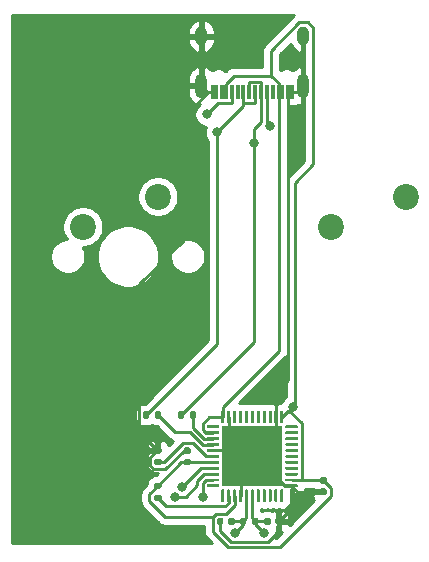
<source format=gbr>
%TF.GenerationSoftware,KiCad,Pcbnew,(5.1.12)-1*%
%TF.CreationDate,2024-07-10T23:31:02+08:00*%
%TF.ProjectId,BKL2x,424b4c32-782e-46b6-9963-61645f706362,1.0*%
%TF.SameCoordinates,Original*%
%TF.FileFunction,Copper,L1,Top*%
%TF.FilePolarity,Positive*%
%FSLAX46Y46*%
G04 Gerber Fmt 4.6, Leading zero omitted, Abs format (unit mm)*
G04 Created by KiCad (PCBNEW (5.1.12)-1) date 2024-07-10 23:31:02*
%MOMM*%
%LPD*%
G01*
G04 APERTURE LIST*
%TA.AperFunction,ComponentPad*%
%ADD10O,1.000000X2.100000*%
%TD*%
%TA.AperFunction,ComponentPad*%
%ADD11O,1.000000X1.600000*%
%TD*%
%TA.AperFunction,SMDPad,CuDef*%
%ADD12R,0.300000X1.150000*%
%TD*%
%TA.AperFunction,ComponentPad*%
%ADD13C,2.200000*%
%TD*%
%TA.AperFunction,SMDPad,CuDef*%
%ADD14R,5.200000X5.200000*%
%TD*%
%TA.AperFunction,ViaPad*%
%ADD15C,0.800000*%
%TD*%
%TA.AperFunction,Conductor*%
%ADD16C,0.250000*%
%TD*%
%TA.AperFunction,Conductor*%
%ADD17C,0.254000*%
%TD*%
%TA.AperFunction,Conductor*%
%ADD18C,0.100000*%
%TD*%
G04 APERTURE END LIST*
%TO.P,R6,2*%
%TO.N,/VB*%
%TA.AperFunction,SMDPad,CuDef*%
G36*
G01*
X142185000Y-113750000D02*
X141815000Y-113750000D01*
G75*
G02*
X141680000Y-113615000I0J135000D01*
G01*
X141680000Y-113345000D01*
G75*
G02*
X141815000Y-113210000I135000J0D01*
G01*
X142185000Y-113210000D01*
G75*
G02*
X142320000Y-113345000I0J-135000D01*
G01*
X142320000Y-113615000D01*
G75*
G02*
X142185000Y-113750000I-135000J0D01*
G01*
G37*
%TD.AperFunction*%
%TO.P,R6,1*%
%TO.N,Net-(R6-Pad1)*%
%TA.AperFunction,SMDPad,CuDef*%
G36*
G01*
X142185000Y-114770000D02*
X141815000Y-114770000D01*
G75*
G02*
X141680000Y-114635000I0J135000D01*
G01*
X141680000Y-114365000D01*
G75*
G02*
X141815000Y-114230000I135000J0D01*
G01*
X142185000Y-114230000D01*
G75*
G02*
X142320000Y-114365000I0J-135000D01*
G01*
X142320000Y-114635000D01*
G75*
G02*
X142185000Y-114770000I-135000J0D01*
G01*
G37*
%TD.AperFunction*%
%TD*%
%TO.P,R5,2*%
%TO.N,Net-(C4-Pad2)*%
%TA.AperFunction,SMDPad,CuDef*%
G36*
G01*
X149980000Y-116685000D02*
X149980000Y-116315000D01*
G75*
G02*
X150115000Y-116180000I135000J0D01*
G01*
X150385000Y-116180000D01*
G75*
G02*
X150520000Y-116315000I0J-135000D01*
G01*
X150520000Y-116685000D01*
G75*
G02*
X150385000Y-116820000I-135000J0D01*
G01*
X150115000Y-116820000D01*
G75*
G02*
X149980000Y-116685000I0J135000D01*
G01*
G37*
%TD.AperFunction*%
%TO.P,R5,1*%
%TO.N,Net-(C5-Pad1)*%
%TA.AperFunction,SMDPad,CuDef*%
G36*
G01*
X148960000Y-116685000D02*
X148960000Y-116315000D01*
G75*
G02*
X149095000Y-116180000I135000J0D01*
G01*
X149365000Y-116180000D01*
G75*
G02*
X149500000Y-116315000I0J-135000D01*
G01*
X149500000Y-116685000D01*
G75*
G02*
X149365000Y-116820000I-135000J0D01*
G01*
X149095000Y-116820000D01*
G75*
G02*
X148960000Y-116685000I0J135000D01*
G01*
G37*
%TD.AperFunction*%
%TD*%
%TO.P,C1,2*%
%TO.N,GND*%
%TA.AperFunction,SMDPad,CuDef*%
G36*
G01*
X144670000Y-110800000D02*
X144330000Y-110800000D01*
G75*
G02*
X144190000Y-110660000I0J140000D01*
G01*
X144190000Y-110380000D01*
G75*
G02*
X144330000Y-110240000I140000J0D01*
G01*
X144670000Y-110240000D01*
G75*
G02*
X144810000Y-110380000I0J-140000D01*
G01*
X144810000Y-110660000D01*
G75*
G02*
X144670000Y-110800000I-140000J0D01*
G01*
G37*
%TD.AperFunction*%
%TO.P,C1,1*%
%TO.N,/VB*%
%TA.AperFunction,SMDPad,CuDef*%
G36*
G01*
X144670000Y-111760000D02*
X144330000Y-111760000D01*
G75*
G02*
X144190000Y-111620000I0J140000D01*
G01*
X144190000Y-111340000D01*
G75*
G02*
X144330000Y-111200000I140000J0D01*
G01*
X144670000Y-111200000D01*
G75*
G02*
X144810000Y-111340000I0J-140000D01*
G01*
X144810000Y-111620000D01*
G75*
G02*
X144670000Y-111760000I-140000J0D01*
G01*
G37*
%TD.AperFunction*%
%TD*%
%TO.P,C2,1*%
%TO.N,/VB*%
%TA.AperFunction,SMDPad,CuDef*%
G36*
G01*
X155830000Y-112740000D02*
X156170000Y-112740000D01*
G75*
G02*
X156310000Y-112880000I0J-140000D01*
G01*
X156310000Y-113160000D01*
G75*
G02*
X156170000Y-113300000I-140000J0D01*
G01*
X155830000Y-113300000D01*
G75*
G02*
X155690000Y-113160000I0J140000D01*
G01*
X155690000Y-112880000D01*
G75*
G02*
X155830000Y-112740000I140000J0D01*
G01*
G37*
%TD.AperFunction*%
%TO.P,C2,2*%
%TO.N,GND*%
%TA.AperFunction,SMDPad,CuDef*%
G36*
G01*
X155830000Y-113700000D02*
X156170000Y-113700000D01*
G75*
G02*
X156310000Y-113840000I0J-140000D01*
G01*
X156310000Y-114120000D01*
G75*
G02*
X156170000Y-114260000I-140000J0D01*
G01*
X155830000Y-114260000D01*
G75*
G02*
X155690000Y-114120000I0J140000D01*
G01*
X155690000Y-113840000D01*
G75*
G02*
X155830000Y-113700000I140000J0D01*
G01*
G37*
%TD.AperFunction*%
%TD*%
%TO.P,C4,1*%
%TO.N,GND*%
%TA.AperFunction,SMDPad,CuDef*%
G36*
G01*
X152510000Y-116330000D02*
X152510000Y-116670000D01*
G75*
G02*
X152370000Y-116810000I-140000J0D01*
G01*
X152090000Y-116810000D01*
G75*
G02*
X151950000Y-116670000I0J140000D01*
G01*
X151950000Y-116330000D01*
G75*
G02*
X152090000Y-116190000I140000J0D01*
G01*
X152370000Y-116190000D01*
G75*
G02*
X152510000Y-116330000I0J-140000D01*
G01*
G37*
%TD.AperFunction*%
%TO.P,C4,2*%
%TO.N,Net-(C4-Pad2)*%
%TA.AperFunction,SMDPad,CuDef*%
G36*
G01*
X151550000Y-116330000D02*
X151550000Y-116670000D01*
G75*
G02*
X151410000Y-116810000I-140000J0D01*
G01*
X151130000Y-116810000D01*
G75*
G02*
X150990000Y-116670000I0J140000D01*
G01*
X150990000Y-116330000D01*
G75*
G02*
X151130000Y-116190000I140000J0D01*
G01*
X151410000Y-116190000D01*
G75*
G02*
X151550000Y-116330000I0J-140000D01*
G01*
G37*
%TD.AperFunction*%
%TD*%
%TO.P,C5,2*%
%TO.N,GND*%
%TA.AperFunction,SMDPad,CuDef*%
G36*
G01*
X147550000Y-116330000D02*
X147550000Y-116670000D01*
G75*
G02*
X147410000Y-116810000I-140000J0D01*
G01*
X147130000Y-116810000D01*
G75*
G02*
X146990000Y-116670000I0J140000D01*
G01*
X146990000Y-116330000D01*
G75*
G02*
X147130000Y-116190000I140000J0D01*
G01*
X147410000Y-116190000D01*
G75*
G02*
X147550000Y-116330000I0J-140000D01*
G01*
G37*
%TD.AperFunction*%
%TO.P,C5,1*%
%TO.N,Net-(C5-Pad1)*%
%TA.AperFunction,SMDPad,CuDef*%
G36*
G01*
X148510000Y-116330000D02*
X148510000Y-116670000D01*
G75*
G02*
X148370000Y-116810000I-140000J0D01*
G01*
X148090000Y-116810000D01*
G75*
G02*
X147950000Y-116670000I0J140000D01*
G01*
X147950000Y-116330000D01*
G75*
G02*
X148090000Y-116190000I140000J0D01*
G01*
X148370000Y-116190000D01*
G75*
G02*
X148510000Y-116330000I0J-140000D01*
G01*
G37*
%TD.AperFunction*%
%TD*%
%TO.P,C6,1*%
%TO.N,Net-(C6-Pad1)*%
%TA.AperFunction,SMDPad,CuDef*%
G36*
G01*
X142170000Y-111760000D02*
X141830000Y-111760000D01*
G75*
G02*
X141690000Y-111620000I0J140000D01*
G01*
X141690000Y-111340000D01*
G75*
G02*
X141830000Y-111200000I140000J0D01*
G01*
X142170000Y-111200000D01*
G75*
G02*
X142310000Y-111340000I0J-140000D01*
G01*
X142310000Y-111620000D01*
G75*
G02*
X142170000Y-111760000I-140000J0D01*
G01*
G37*
%TD.AperFunction*%
%TO.P,C6,2*%
%TO.N,GND*%
%TA.AperFunction,SMDPad,CuDef*%
G36*
G01*
X142170000Y-110800000D02*
X141830000Y-110800000D01*
G75*
G02*
X141690000Y-110660000I0J140000D01*
G01*
X141690000Y-110380000D01*
G75*
G02*
X141830000Y-110240000I140000J0D01*
G01*
X142170000Y-110240000D01*
G75*
G02*
X142310000Y-110380000I0J-140000D01*
G01*
X142310000Y-110660000D01*
G75*
G02*
X142170000Y-110800000I-140000J0D01*
G01*
G37*
%TD.AperFunction*%
%TD*%
D10*
%TO.P,J1,S1*%
%TO.N,GND*%
X154320000Y-79605000D03*
X145680000Y-79605000D03*
D11*
X154320000Y-75425000D03*
X145680000Y-75425000D03*
D12*
%TO.P,J1,B1*%
X146950000Y-80170000D03*
%TO.P,J1,B4*%
%TO.N,/VB*%
X147750000Y-80170000D03*
%TO.P,J1,B5*%
%TO.N,Net-(J1-PadB5)*%
X148250000Y-80170000D03*
%TO.P,J1,A8*%
%TO.N,Net-(J1-PadA8)*%
X148750000Y-80170000D03*
%TO.P,J1,B6*%
%TO.N,/DP*%
X149250000Y-80170000D03*
%TO.P,J1,A7*%
%TO.N,/DM*%
X149750000Y-80170000D03*
%TO.P,J1,A6*%
%TO.N,/DP*%
X150250000Y-80170000D03*
%TO.P,J1,B7*%
%TO.N,/DM*%
X150750000Y-80170000D03*
%TO.P,J1,A5*%
%TO.N,Net-(J1-PadA5)*%
X151250000Y-80170000D03*
%TO.P,J1,B8*%
%TO.N,Net-(J1-PadB8)*%
X151750000Y-80170000D03*
%TO.P,J1,A4*%
%TO.N,/VB*%
X152550000Y-80170000D03*
%TO.P,J1,A1*%
%TO.N,GND*%
X153350000Y-80170000D03*
%TO.P,J1,B12*%
X153050000Y-80170000D03*
%TO.P,J1,B9*%
%TO.N,/VB*%
X152250000Y-80170000D03*
%TO.P,J1,A9*%
X147450000Y-80170000D03*
%TO.P,J1,A12*%
%TO.N,GND*%
X146650000Y-80170000D03*
%TD*%
%TO.P,R3,2*%
%TO.N,/DM*%
%TA.AperFunction,SMDPad,CuDef*%
G36*
G01*
X144250000Y-107315000D02*
X144250000Y-107685000D01*
G75*
G02*
X144115000Y-107820000I-135000J0D01*
G01*
X143845000Y-107820000D01*
G75*
G02*
X143710000Y-107685000I0J135000D01*
G01*
X143710000Y-107315000D01*
G75*
G02*
X143845000Y-107180000I135000J0D01*
G01*
X144115000Y-107180000D01*
G75*
G02*
X144250000Y-107315000I0J-135000D01*
G01*
G37*
%TD.AperFunction*%
%TO.P,R3,1*%
%TO.N,Net-(R3-Pad1)*%
%TA.AperFunction,SMDPad,CuDef*%
G36*
G01*
X145270000Y-107315000D02*
X145270000Y-107685000D01*
G75*
G02*
X145135000Y-107820000I-135000J0D01*
G01*
X144865000Y-107820000D01*
G75*
G02*
X144730000Y-107685000I0J135000D01*
G01*
X144730000Y-107315000D01*
G75*
G02*
X144865000Y-107180000I135000J0D01*
G01*
X145135000Y-107180000D01*
G75*
G02*
X145270000Y-107315000I0J-135000D01*
G01*
G37*
%TD.AperFunction*%
%TD*%
%TO.P,R4,1*%
%TO.N,Net-(R4-Pad1)*%
%TA.AperFunction,SMDPad,CuDef*%
G36*
G01*
X142280000Y-107315000D02*
X142280000Y-107685000D01*
G75*
G02*
X142145000Y-107820000I-135000J0D01*
G01*
X141875000Y-107820000D01*
G75*
G02*
X141740000Y-107685000I0J135000D01*
G01*
X141740000Y-107315000D01*
G75*
G02*
X141875000Y-107180000I135000J0D01*
G01*
X142145000Y-107180000D01*
G75*
G02*
X142280000Y-107315000I0J-135000D01*
G01*
G37*
%TD.AperFunction*%
%TO.P,R4,2*%
%TO.N,/DP*%
%TA.AperFunction,SMDPad,CuDef*%
G36*
G01*
X141260000Y-107315000D02*
X141260000Y-107685000D01*
G75*
G02*
X141125000Y-107820000I-135000J0D01*
G01*
X140855000Y-107820000D01*
G75*
G02*
X140720000Y-107685000I0J135000D01*
G01*
X140720000Y-107315000D01*
G75*
G02*
X140855000Y-107180000I135000J0D01*
G01*
X141125000Y-107180000D01*
G75*
G02*
X141260000Y-107315000I0J-135000D01*
G01*
G37*
%TD.AperFunction*%
%TD*%
D13*
%TO.P,SW1,2*%
%TO.N,/C0*%
X135650000Y-91540000D03*
%TO.P,SW1,1*%
%TO.N,Net-(D1-Pad2)*%
X142000000Y-89000000D03*
%TD*%
%TO.P,SW2,1*%
%TO.N,Net-(D1-Pad1)*%
X163000000Y-89020000D03*
%TO.P,SW2,2*%
%TO.N,/C1*%
X156650000Y-91560000D03*
%TD*%
%TO.P,U1,1*%
%TO.N,Net-(U1-Pad1)*%
%TA.AperFunction,SMDPad,CuDef*%
G36*
G01*
X146125000Y-108562500D02*
X146125000Y-108437500D01*
G75*
G02*
X146187500Y-108375000I62500J0D01*
G01*
X147137500Y-108375000D01*
G75*
G02*
X147200000Y-108437500I0J-62500D01*
G01*
X147200000Y-108562500D01*
G75*
G02*
X147137500Y-108625000I-62500J0D01*
G01*
X146187500Y-108625000D01*
G75*
G02*
X146125000Y-108562500I0J62500D01*
G01*
G37*
%TD.AperFunction*%
%TO.P,U1,2*%
%TO.N,/VB*%
%TA.AperFunction,SMDPad,CuDef*%
G36*
G01*
X146125000Y-109062500D02*
X146125000Y-108937500D01*
G75*
G02*
X146187500Y-108875000I62500J0D01*
G01*
X147137500Y-108875000D01*
G75*
G02*
X147200000Y-108937500I0J-62500D01*
G01*
X147200000Y-109062500D01*
G75*
G02*
X147137500Y-109125000I-62500J0D01*
G01*
X146187500Y-109125000D01*
G75*
G02*
X146125000Y-109062500I0J62500D01*
G01*
G37*
%TD.AperFunction*%
%TO.P,U1,3*%
%TO.N,Net-(R3-Pad1)*%
%TA.AperFunction,SMDPad,CuDef*%
G36*
G01*
X146125000Y-109562500D02*
X146125000Y-109437500D01*
G75*
G02*
X146187500Y-109375000I62500J0D01*
G01*
X147137500Y-109375000D01*
G75*
G02*
X147200000Y-109437500I0J-62500D01*
G01*
X147200000Y-109562500D01*
G75*
G02*
X147137500Y-109625000I-62500J0D01*
G01*
X146187500Y-109625000D01*
G75*
G02*
X146125000Y-109562500I0J62500D01*
G01*
G37*
%TD.AperFunction*%
%TO.P,U1,4*%
%TO.N,Net-(R4-Pad1)*%
%TA.AperFunction,SMDPad,CuDef*%
G36*
G01*
X146125000Y-110062500D02*
X146125000Y-109937500D01*
G75*
G02*
X146187500Y-109875000I62500J0D01*
G01*
X147137500Y-109875000D01*
G75*
G02*
X147200000Y-109937500I0J-62500D01*
G01*
X147200000Y-110062500D01*
G75*
G02*
X147137500Y-110125000I-62500J0D01*
G01*
X146187500Y-110125000D01*
G75*
G02*
X146125000Y-110062500I0J62500D01*
G01*
G37*
%TD.AperFunction*%
%TO.P,U1,5*%
%TO.N,GND*%
%TA.AperFunction,SMDPad,CuDef*%
G36*
G01*
X146125000Y-110562500D02*
X146125000Y-110437500D01*
G75*
G02*
X146187500Y-110375000I62500J0D01*
G01*
X147137500Y-110375000D01*
G75*
G02*
X147200000Y-110437500I0J-62500D01*
G01*
X147200000Y-110562500D01*
G75*
G02*
X147137500Y-110625000I-62500J0D01*
G01*
X146187500Y-110625000D01*
G75*
G02*
X146125000Y-110562500I0J62500D01*
G01*
G37*
%TD.AperFunction*%
%TO.P,U1,6*%
%TO.N,Net-(C6-Pad1)*%
%TA.AperFunction,SMDPad,CuDef*%
G36*
G01*
X146125000Y-111062500D02*
X146125000Y-110937500D01*
G75*
G02*
X146187500Y-110875000I62500J0D01*
G01*
X147137500Y-110875000D01*
G75*
G02*
X147200000Y-110937500I0J-62500D01*
G01*
X147200000Y-111062500D01*
G75*
G02*
X147137500Y-111125000I-62500J0D01*
G01*
X146187500Y-111125000D01*
G75*
G02*
X146125000Y-111062500I0J62500D01*
G01*
G37*
%TD.AperFunction*%
%TO.P,U1,7*%
%TO.N,/VB*%
%TA.AperFunction,SMDPad,CuDef*%
G36*
G01*
X146125000Y-111562500D02*
X146125000Y-111437500D01*
G75*
G02*
X146187500Y-111375000I62500J0D01*
G01*
X147137500Y-111375000D01*
G75*
G02*
X147200000Y-111437500I0J-62500D01*
G01*
X147200000Y-111562500D01*
G75*
G02*
X147137500Y-111625000I-62500J0D01*
G01*
X146187500Y-111625000D01*
G75*
G02*
X146125000Y-111562500I0J62500D01*
G01*
G37*
%TD.AperFunction*%
%TO.P,U1,8*%
%TO.N,/R0*%
%TA.AperFunction,SMDPad,CuDef*%
G36*
G01*
X146125000Y-112062500D02*
X146125000Y-111937500D01*
G75*
G02*
X146187500Y-111875000I62500J0D01*
G01*
X147137500Y-111875000D01*
G75*
G02*
X147200000Y-111937500I0J-62500D01*
G01*
X147200000Y-112062500D01*
G75*
G02*
X147137500Y-112125000I-62500J0D01*
G01*
X146187500Y-112125000D01*
G75*
G02*
X146125000Y-112062500I0J62500D01*
G01*
G37*
%TD.AperFunction*%
%TO.P,U1,9*%
%TO.N,/C0*%
%TA.AperFunction,SMDPad,CuDef*%
G36*
G01*
X146125000Y-112562500D02*
X146125000Y-112437500D01*
G75*
G02*
X146187500Y-112375000I62500J0D01*
G01*
X147137500Y-112375000D01*
G75*
G02*
X147200000Y-112437500I0J-62500D01*
G01*
X147200000Y-112562500D01*
G75*
G02*
X147137500Y-112625000I-62500J0D01*
G01*
X146187500Y-112625000D01*
G75*
G02*
X146125000Y-112562500I0J62500D01*
G01*
G37*
%TD.AperFunction*%
%TO.P,U1,10*%
%TO.N,/C1*%
%TA.AperFunction,SMDPad,CuDef*%
G36*
G01*
X146125000Y-113062500D02*
X146125000Y-112937500D01*
G75*
G02*
X146187500Y-112875000I62500J0D01*
G01*
X147137500Y-112875000D01*
G75*
G02*
X147200000Y-112937500I0J-62500D01*
G01*
X147200000Y-113062500D01*
G75*
G02*
X147137500Y-113125000I-62500J0D01*
G01*
X146187500Y-113125000D01*
G75*
G02*
X146125000Y-113062500I0J62500D01*
G01*
G37*
%TD.AperFunction*%
%TO.P,U1,11*%
%TO.N,Net-(U1-Pad11)*%
%TA.AperFunction,SMDPad,CuDef*%
G36*
G01*
X146125000Y-113562500D02*
X146125000Y-113437500D01*
G75*
G02*
X146187500Y-113375000I62500J0D01*
G01*
X147137500Y-113375000D01*
G75*
G02*
X147200000Y-113437500I0J-62500D01*
G01*
X147200000Y-113562500D01*
G75*
G02*
X147137500Y-113625000I-62500J0D01*
G01*
X146187500Y-113625000D01*
G75*
G02*
X146125000Y-113562500I0J62500D01*
G01*
G37*
%TD.AperFunction*%
%TO.P,U1,12*%
%TO.N,Net-(U1-Pad12)*%
%TA.AperFunction,SMDPad,CuDef*%
G36*
G01*
X147375000Y-114812500D02*
X147375000Y-113862500D01*
G75*
G02*
X147437500Y-113800000I62500J0D01*
G01*
X147562500Y-113800000D01*
G75*
G02*
X147625000Y-113862500I0J-62500D01*
G01*
X147625000Y-114812500D01*
G75*
G02*
X147562500Y-114875000I-62500J0D01*
G01*
X147437500Y-114875000D01*
G75*
G02*
X147375000Y-114812500I0J62500D01*
G01*
G37*
%TD.AperFunction*%
%TO.P,U1,13*%
%TO.N,Net-(R6-Pad1)*%
%TA.AperFunction,SMDPad,CuDef*%
G36*
G01*
X147875000Y-114812500D02*
X147875000Y-113862500D01*
G75*
G02*
X147937500Y-113800000I62500J0D01*
G01*
X148062500Y-113800000D01*
G75*
G02*
X148125000Y-113862500I0J-62500D01*
G01*
X148125000Y-114812500D01*
G75*
G02*
X148062500Y-114875000I-62500J0D01*
G01*
X147937500Y-114875000D01*
G75*
G02*
X147875000Y-114812500I0J62500D01*
G01*
G37*
%TD.AperFunction*%
%TO.P,U1,14*%
%TO.N,/VB*%
%TA.AperFunction,SMDPad,CuDef*%
G36*
G01*
X148375000Y-114812500D02*
X148375000Y-113862500D01*
G75*
G02*
X148437500Y-113800000I62500J0D01*
G01*
X148562500Y-113800000D01*
G75*
G02*
X148625000Y-113862500I0J-62500D01*
G01*
X148625000Y-114812500D01*
G75*
G02*
X148562500Y-114875000I-62500J0D01*
G01*
X148437500Y-114875000D01*
G75*
G02*
X148375000Y-114812500I0J62500D01*
G01*
G37*
%TD.AperFunction*%
%TO.P,U1,15*%
%TO.N,GND*%
%TA.AperFunction,SMDPad,CuDef*%
G36*
G01*
X148875000Y-114812500D02*
X148875000Y-113862500D01*
G75*
G02*
X148937500Y-113800000I62500J0D01*
G01*
X149062500Y-113800000D01*
G75*
G02*
X149125000Y-113862500I0J-62500D01*
G01*
X149125000Y-114812500D01*
G75*
G02*
X149062500Y-114875000I-62500J0D01*
G01*
X148937500Y-114875000D01*
G75*
G02*
X148875000Y-114812500I0J62500D01*
G01*
G37*
%TD.AperFunction*%
%TO.P,U1,16*%
%TO.N,Net-(C5-Pad1)*%
%TA.AperFunction,SMDPad,CuDef*%
G36*
G01*
X149375000Y-114812500D02*
X149375000Y-113862500D01*
G75*
G02*
X149437500Y-113800000I62500J0D01*
G01*
X149562500Y-113800000D01*
G75*
G02*
X149625000Y-113862500I0J-62500D01*
G01*
X149625000Y-114812500D01*
G75*
G02*
X149562500Y-114875000I-62500J0D01*
G01*
X149437500Y-114875000D01*
G75*
G02*
X149375000Y-114812500I0J62500D01*
G01*
G37*
%TD.AperFunction*%
%TO.P,U1,17*%
%TO.N,Net-(C4-Pad2)*%
%TA.AperFunction,SMDPad,CuDef*%
G36*
G01*
X149875000Y-114812500D02*
X149875000Y-113862500D01*
G75*
G02*
X149937500Y-113800000I62500J0D01*
G01*
X150062500Y-113800000D01*
G75*
G02*
X150125000Y-113862500I0J-62500D01*
G01*
X150125000Y-114812500D01*
G75*
G02*
X150062500Y-114875000I-62500J0D01*
G01*
X149937500Y-114875000D01*
G75*
G02*
X149875000Y-114812500I0J62500D01*
G01*
G37*
%TD.AperFunction*%
%TO.P,U1,18*%
%TO.N,Net-(U1-Pad18)*%
%TA.AperFunction,SMDPad,CuDef*%
G36*
G01*
X150375000Y-114812500D02*
X150375000Y-113862500D01*
G75*
G02*
X150437500Y-113800000I62500J0D01*
G01*
X150562500Y-113800000D01*
G75*
G02*
X150625000Y-113862500I0J-62500D01*
G01*
X150625000Y-114812500D01*
G75*
G02*
X150562500Y-114875000I-62500J0D01*
G01*
X150437500Y-114875000D01*
G75*
G02*
X150375000Y-114812500I0J62500D01*
G01*
G37*
%TD.AperFunction*%
%TO.P,U1,19*%
%TO.N,Net-(U1-Pad19)*%
%TA.AperFunction,SMDPad,CuDef*%
G36*
G01*
X150875000Y-114812500D02*
X150875000Y-113862500D01*
G75*
G02*
X150937500Y-113800000I62500J0D01*
G01*
X151062500Y-113800000D01*
G75*
G02*
X151125000Y-113862500I0J-62500D01*
G01*
X151125000Y-114812500D01*
G75*
G02*
X151062500Y-114875000I-62500J0D01*
G01*
X150937500Y-114875000D01*
G75*
G02*
X150875000Y-114812500I0J62500D01*
G01*
G37*
%TD.AperFunction*%
%TO.P,U1,20*%
%TO.N,Net-(U1-Pad20)*%
%TA.AperFunction,SMDPad,CuDef*%
G36*
G01*
X151375000Y-114812500D02*
X151375000Y-113862500D01*
G75*
G02*
X151437500Y-113800000I62500J0D01*
G01*
X151562500Y-113800000D01*
G75*
G02*
X151625000Y-113862500I0J-62500D01*
G01*
X151625000Y-114812500D01*
G75*
G02*
X151562500Y-114875000I-62500J0D01*
G01*
X151437500Y-114875000D01*
G75*
G02*
X151375000Y-114812500I0J62500D01*
G01*
G37*
%TD.AperFunction*%
%TO.P,U1,21*%
%TO.N,Net-(U1-Pad21)*%
%TA.AperFunction,SMDPad,CuDef*%
G36*
G01*
X151875000Y-114812500D02*
X151875000Y-113862500D01*
G75*
G02*
X151937500Y-113800000I62500J0D01*
G01*
X152062500Y-113800000D01*
G75*
G02*
X152125000Y-113862500I0J-62500D01*
G01*
X152125000Y-114812500D01*
G75*
G02*
X152062500Y-114875000I-62500J0D01*
G01*
X151937500Y-114875000D01*
G75*
G02*
X151875000Y-114812500I0J62500D01*
G01*
G37*
%TD.AperFunction*%
%TO.P,U1,22*%
%TO.N,Net-(U1-Pad22)*%
%TA.AperFunction,SMDPad,CuDef*%
G36*
G01*
X152375000Y-114812500D02*
X152375000Y-113862500D01*
G75*
G02*
X152437500Y-113800000I62500J0D01*
G01*
X152562500Y-113800000D01*
G75*
G02*
X152625000Y-113862500I0J-62500D01*
G01*
X152625000Y-114812500D01*
G75*
G02*
X152562500Y-114875000I-62500J0D01*
G01*
X152437500Y-114875000D01*
G75*
G02*
X152375000Y-114812500I0J62500D01*
G01*
G37*
%TD.AperFunction*%
%TO.P,U1,23*%
%TO.N,GND*%
%TA.AperFunction,SMDPad,CuDef*%
G36*
G01*
X152800000Y-113562500D02*
X152800000Y-113437500D01*
G75*
G02*
X152862500Y-113375000I62500J0D01*
G01*
X153812500Y-113375000D01*
G75*
G02*
X153875000Y-113437500I0J-62500D01*
G01*
X153875000Y-113562500D01*
G75*
G02*
X153812500Y-113625000I-62500J0D01*
G01*
X152862500Y-113625000D01*
G75*
G02*
X152800000Y-113562500I0J62500D01*
G01*
G37*
%TD.AperFunction*%
%TO.P,U1,24*%
%TO.N,/VB*%
%TA.AperFunction,SMDPad,CuDef*%
G36*
G01*
X152800000Y-113062500D02*
X152800000Y-112937500D01*
G75*
G02*
X152862500Y-112875000I62500J0D01*
G01*
X153812500Y-112875000D01*
G75*
G02*
X153875000Y-112937500I0J-62500D01*
G01*
X153875000Y-113062500D01*
G75*
G02*
X153812500Y-113125000I-62500J0D01*
G01*
X152862500Y-113125000D01*
G75*
G02*
X152800000Y-113062500I0J62500D01*
G01*
G37*
%TD.AperFunction*%
%TO.P,U1,25*%
%TO.N,Net-(U1-Pad25)*%
%TA.AperFunction,SMDPad,CuDef*%
G36*
G01*
X152800000Y-112562500D02*
X152800000Y-112437500D01*
G75*
G02*
X152862500Y-112375000I62500J0D01*
G01*
X153812500Y-112375000D01*
G75*
G02*
X153875000Y-112437500I0J-62500D01*
G01*
X153875000Y-112562500D01*
G75*
G02*
X153812500Y-112625000I-62500J0D01*
G01*
X152862500Y-112625000D01*
G75*
G02*
X152800000Y-112562500I0J62500D01*
G01*
G37*
%TD.AperFunction*%
%TO.P,U1,26*%
%TO.N,Net-(U1-Pad26)*%
%TA.AperFunction,SMDPad,CuDef*%
G36*
G01*
X152800000Y-112062500D02*
X152800000Y-111937500D01*
G75*
G02*
X152862500Y-111875000I62500J0D01*
G01*
X153812500Y-111875000D01*
G75*
G02*
X153875000Y-111937500I0J-62500D01*
G01*
X153875000Y-112062500D01*
G75*
G02*
X153812500Y-112125000I-62500J0D01*
G01*
X152862500Y-112125000D01*
G75*
G02*
X152800000Y-112062500I0J62500D01*
G01*
G37*
%TD.AperFunction*%
%TO.P,U1,27*%
%TO.N,Net-(U1-Pad27)*%
%TA.AperFunction,SMDPad,CuDef*%
G36*
G01*
X152800000Y-111562500D02*
X152800000Y-111437500D01*
G75*
G02*
X152862500Y-111375000I62500J0D01*
G01*
X153812500Y-111375000D01*
G75*
G02*
X153875000Y-111437500I0J-62500D01*
G01*
X153875000Y-111562500D01*
G75*
G02*
X153812500Y-111625000I-62500J0D01*
G01*
X152862500Y-111625000D01*
G75*
G02*
X152800000Y-111562500I0J62500D01*
G01*
G37*
%TD.AperFunction*%
%TO.P,U1,28*%
%TO.N,Net-(U1-Pad28)*%
%TA.AperFunction,SMDPad,CuDef*%
G36*
G01*
X152800000Y-111062500D02*
X152800000Y-110937500D01*
G75*
G02*
X152862500Y-110875000I62500J0D01*
G01*
X153812500Y-110875000D01*
G75*
G02*
X153875000Y-110937500I0J-62500D01*
G01*
X153875000Y-111062500D01*
G75*
G02*
X153812500Y-111125000I-62500J0D01*
G01*
X152862500Y-111125000D01*
G75*
G02*
X152800000Y-111062500I0J62500D01*
G01*
G37*
%TD.AperFunction*%
%TO.P,U1,29*%
%TO.N,Net-(U1-Pad29)*%
%TA.AperFunction,SMDPad,CuDef*%
G36*
G01*
X152800000Y-110562500D02*
X152800000Y-110437500D01*
G75*
G02*
X152862500Y-110375000I62500J0D01*
G01*
X153812500Y-110375000D01*
G75*
G02*
X153875000Y-110437500I0J-62500D01*
G01*
X153875000Y-110562500D01*
G75*
G02*
X153812500Y-110625000I-62500J0D01*
G01*
X152862500Y-110625000D01*
G75*
G02*
X152800000Y-110562500I0J62500D01*
G01*
G37*
%TD.AperFunction*%
%TO.P,U1,30*%
%TO.N,Net-(U1-Pad30)*%
%TA.AperFunction,SMDPad,CuDef*%
G36*
G01*
X152800000Y-110062500D02*
X152800000Y-109937500D01*
G75*
G02*
X152862500Y-109875000I62500J0D01*
G01*
X153812500Y-109875000D01*
G75*
G02*
X153875000Y-109937500I0J-62500D01*
G01*
X153875000Y-110062500D01*
G75*
G02*
X153812500Y-110125000I-62500J0D01*
G01*
X152862500Y-110125000D01*
G75*
G02*
X152800000Y-110062500I0J62500D01*
G01*
G37*
%TD.AperFunction*%
%TO.P,U1,31*%
%TO.N,Net-(U1-Pad31)*%
%TA.AperFunction,SMDPad,CuDef*%
G36*
G01*
X152800000Y-109562500D02*
X152800000Y-109437500D01*
G75*
G02*
X152862500Y-109375000I62500J0D01*
G01*
X153812500Y-109375000D01*
G75*
G02*
X153875000Y-109437500I0J-62500D01*
G01*
X153875000Y-109562500D01*
G75*
G02*
X153812500Y-109625000I-62500J0D01*
G01*
X152862500Y-109625000D01*
G75*
G02*
X152800000Y-109562500I0J62500D01*
G01*
G37*
%TD.AperFunction*%
%TO.P,U1,32*%
%TO.N,Net-(U1-Pad32)*%
%TA.AperFunction,SMDPad,CuDef*%
G36*
G01*
X152800000Y-109062500D02*
X152800000Y-108937500D01*
G75*
G02*
X152862500Y-108875000I62500J0D01*
G01*
X153812500Y-108875000D01*
G75*
G02*
X153875000Y-108937500I0J-62500D01*
G01*
X153875000Y-109062500D01*
G75*
G02*
X153812500Y-109125000I-62500J0D01*
G01*
X152862500Y-109125000D01*
G75*
G02*
X152800000Y-109062500I0J62500D01*
G01*
G37*
%TD.AperFunction*%
%TO.P,U1,33*%
%TO.N,Net-(U1-Pad33)*%
%TA.AperFunction,SMDPad,CuDef*%
G36*
G01*
X152800000Y-108562500D02*
X152800000Y-108437500D01*
G75*
G02*
X152862500Y-108375000I62500J0D01*
G01*
X153812500Y-108375000D01*
G75*
G02*
X153875000Y-108437500I0J-62500D01*
G01*
X153875000Y-108562500D01*
G75*
G02*
X153812500Y-108625000I-62500J0D01*
G01*
X152862500Y-108625000D01*
G75*
G02*
X152800000Y-108562500I0J62500D01*
G01*
G37*
%TD.AperFunction*%
%TO.P,U1,34*%
%TO.N,/VB*%
%TA.AperFunction,SMDPad,CuDef*%
G36*
G01*
X152375000Y-108137500D02*
X152375000Y-107187500D01*
G75*
G02*
X152437500Y-107125000I62500J0D01*
G01*
X152562500Y-107125000D01*
G75*
G02*
X152625000Y-107187500I0J-62500D01*
G01*
X152625000Y-108137500D01*
G75*
G02*
X152562500Y-108200000I-62500J0D01*
G01*
X152437500Y-108200000D01*
G75*
G02*
X152375000Y-108137500I0J62500D01*
G01*
G37*
%TD.AperFunction*%
%TO.P,U1,35*%
%TO.N,GND*%
%TA.AperFunction,SMDPad,CuDef*%
G36*
G01*
X151875000Y-108137500D02*
X151875000Y-107187500D01*
G75*
G02*
X151937500Y-107125000I62500J0D01*
G01*
X152062500Y-107125000D01*
G75*
G02*
X152125000Y-107187500I0J-62500D01*
G01*
X152125000Y-108137500D01*
G75*
G02*
X152062500Y-108200000I-62500J0D01*
G01*
X151937500Y-108200000D01*
G75*
G02*
X151875000Y-108137500I0J62500D01*
G01*
G37*
%TD.AperFunction*%
%TO.P,U1,36*%
%TO.N,Net-(U1-Pad36)*%
%TA.AperFunction,SMDPad,CuDef*%
G36*
G01*
X151375000Y-108137500D02*
X151375000Y-107187500D01*
G75*
G02*
X151437500Y-107125000I62500J0D01*
G01*
X151562500Y-107125000D01*
G75*
G02*
X151625000Y-107187500I0J-62500D01*
G01*
X151625000Y-108137500D01*
G75*
G02*
X151562500Y-108200000I-62500J0D01*
G01*
X151437500Y-108200000D01*
G75*
G02*
X151375000Y-108137500I0J62500D01*
G01*
G37*
%TD.AperFunction*%
%TO.P,U1,37*%
%TO.N,Net-(U1-Pad37)*%
%TA.AperFunction,SMDPad,CuDef*%
G36*
G01*
X150875000Y-108137500D02*
X150875000Y-107187500D01*
G75*
G02*
X150937500Y-107125000I62500J0D01*
G01*
X151062500Y-107125000D01*
G75*
G02*
X151125000Y-107187500I0J-62500D01*
G01*
X151125000Y-108137500D01*
G75*
G02*
X151062500Y-108200000I-62500J0D01*
G01*
X150937500Y-108200000D01*
G75*
G02*
X150875000Y-108137500I0J62500D01*
G01*
G37*
%TD.AperFunction*%
%TO.P,U1,38*%
%TO.N,Net-(U1-Pad38)*%
%TA.AperFunction,SMDPad,CuDef*%
G36*
G01*
X150375000Y-108137500D02*
X150375000Y-107187500D01*
G75*
G02*
X150437500Y-107125000I62500J0D01*
G01*
X150562500Y-107125000D01*
G75*
G02*
X150625000Y-107187500I0J-62500D01*
G01*
X150625000Y-108137500D01*
G75*
G02*
X150562500Y-108200000I-62500J0D01*
G01*
X150437500Y-108200000D01*
G75*
G02*
X150375000Y-108137500I0J62500D01*
G01*
G37*
%TD.AperFunction*%
%TO.P,U1,39*%
%TO.N,Net-(U1-Pad39)*%
%TA.AperFunction,SMDPad,CuDef*%
G36*
G01*
X149875000Y-108137500D02*
X149875000Y-107187500D01*
G75*
G02*
X149937500Y-107125000I62500J0D01*
G01*
X150062500Y-107125000D01*
G75*
G02*
X150125000Y-107187500I0J-62500D01*
G01*
X150125000Y-108137500D01*
G75*
G02*
X150062500Y-108200000I-62500J0D01*
G01*
X149937500Y-108200000D01*
G75*
G02*
X149875000Y-108137500I0J62500D01*
G01*
G37*
%TD.AperFunction*%
%TO.P,U1,40*%
%TO.N,Net-(U1-Pad40)*%
%TA.AperFunction,SMDPad,CuDef*%
G36*
G01*
X149375000Y-108137500D02*
X149375000Y-107187500D01*
G75*
G02*
X149437500Y-107125000I62500J0D01*
G01*
X149562500Y-107125000D01*
G75*
G02*
X149625000Y-107187500I0J-62500D01*
G01*
X149625000Y-108137500D01*
G75*
G02*
X149562500Y-108200000I-62500J0D01*
G01*
X149437500Y-108200000D01*
G75*
G02*
X149375000Y-108137500I0J62500D01*
G01*
G37*
%TD.AperFunction*%
%TO.P,U1,41*%
%TO.N,Net-(U1-Pad41)*%
%TA.AperFunction,SMDPad,CuDef*%
G36*
G01*
X148875000Y-108137500D02*
X148875000Y-107187500D01*
G75*
G02*
X148937500Y-107125000I62500J0D01*
G01*
X149062500Y-107125000D01*
G75*
G02*
X149125000Y-107187500I0J-62500D01*
G01*
X149125000Y-108137500D01*
G75*
G02*
X149062500Y-108200000I-62500J0D01*
G01*
X148937500Y-108200000D01*
G75*
G02*
X148875000Y-108137500I0J62500D01*
G01*
G37*
%TD.AperFunction*%
%TO.P,U1,42*%
%TO.N,Net-(U1-Pad42)*%
%TA.AperFunction,SMDPad,CuDef*%
G36*
G01*
X148375000Y-108137500D02*
X148375000Y-107187500D01*
G75*
G02*
X148437500Y-107125000I62500J0D01*
G01*
X148562500Y-107125000D01*
G75*
G02*
X148625000Y-107187500I0J-62500D01*
G01*
X148625000Y-108137500D01*
G75*
G02*
X148562500Y-108200000I-62500J0D01*
G01*
X148437500Y-108200000D01*
G75*
G02*
X148375000Y-108137500I0J62500D01*
G01*
G37*
%TD.AperFunction*%
%TO.P,U1,43*%
%TO.N,GND*%
%TA.AperFunction,SMDPad,CuDef*%
G36*
G01*
X147875000Y-108137500D02*
X147875000Y-107187500D01*
G75*
G02*
X147937500Y-107125000I62500J0D01*
G01*
X148062500Y-107125000D01*
G75*
G02*
X148125000Y-107187500I0J-62500D01*
G01*
X148125000Y-108137500D01*
G75*
G02*
X148062500Y-108200000I-62500J0D01*
G01*
X147937500Y-108200000D01*
G75*
G02*
X147875000Y-108137500I0J62500D01*
G01*
G37*
%TD.AperFunction*%
%TO.P,U1,44*%
%TO.N,/VB*%
%TA.AperFunction,SMDPad,CuDef*%
G36*
G01*
X147375000Y-108137500D02*
X147375000Y-107187500D01*
G75*
G02*
X147437500Y-107125000I62500J0D01*
G01*
X147562500Y-107125000D01*
G75*
G02*
X147625000Y-107187500I0J-62500D01*
G01*
X147625000Y-108137500D01*
G75*
G02*
X147562500Y-108200000I-62500J0D01*
G01*
X147437500Y-108200000D01*
G75*
G02*
X147375000Y-108137500I0J62500D01*
G01*
G37*
%TD.AperFunction*%
D14*
%TO.P,U1,45*%
%TO.N,GND*%
X150000000Y-111000000D03*
%TD*%
D15*
%TO.N,GND*%
X152000000Y-105577600D03*
%TO.N,/VB*%
X153450200Y-106815600D03*
%TO.N,Net-(C4-Pad2)*%
X151000000Y-117500000D03*
%TO.N,Net-(C5-Pad1)*%
X148500000Y-117500000D03*
%TO.N,/R0*%
X144059800Y-113606400D03*
%TO.N,Net-(J1-PadB5)*%
X146123300Y-82036400D03*
%TO.N,/DP*%
X147000000Y-83553700D03*
%TO.N,/DM*%
X150144100Y-84500000D03*
%TO.N,Net-(J1-PadA5)*%
X151460700Y-83001500D03*
%TO.N,/C0*%
X143440000Y-114402200D03*
%TO.N,/C1*%
X145785300Y-114458100D03*
%TD*%
D16*
%TO.N,GND*%
X142000000Y-110520000D02*
X140392700Y-108912700D01*
X140392700Y-108912700D02*
X140392700Y-96436000D01*
X140392700Y-96436000D02*
X144173300Y-92655400D01*
X144173300Y-92655400D02*
X144173300Y-82241700D01*
X144173300Y-82241700D02*
X146245000Y-80170000D01*
X150125700Y-110874300D02*
X152751400Y-113500000D01*
X152751400Y-113500000D02*
X153337500Y-113500000D01*
X150125700Y-110874300D02*
X150000000Y-111000000D01*
X152000000Y-107662500D02*
X152000000Y-109000000D01*
X152000000Y-109000000D02*
X150125700Y-110874300D01*
X150000000Y-111000000D02*
X149000000Y-111000000D01*
X152230000Y-116500000D02*
X152230000Y-117357800D01*
X152230000Y-117357800D02*
X151357700Y-118230100D01*
X151357700Y-118230100D02*
X148160800Y-118230100D01*
X148160800Y-118230100D02*
X147270000Y-117339300D01*
X147270000Y-117339300D02*
X147270000Y-116500000D01*
X146245000Y-80170000D02*
X146650000Y-80170000D01*
X145680000Y-79605000D02*
X146245000Y-80170000D01*
X144500000Y-110520000D02*
X144181000Y-110520000D01*
X144181000Y-110520000D02*
X142598300Y-112102700D01*
X142598300Y-112102700D02*
X141635200Y-112102700D01*
X141635200Y-112102700D02*
X141350800Y-111818300D01*
X141350800Y-111818300D02*
X141350800Y-111078300D01*
X141350800Y-111078300D02*
X141909100Y-110520000D01*
X141909100Y-110520000D02*
X142000000Y-110520000D01*
X148000000Y-110000000D02*
X147500000Y-110500000D01*
X147500000Y-110500000D02*
X146662500Y-110500000D01*
X153050000Y-81070300D02*
X153050000Y-104527600D01*
X153050000Y-104527600D02*
X152000000Y-105577600D01*
X152230000Y-116500000D02*
X153817500Y-114912500D01*
X153817500Y-114912500D02*
X153817500Y-113980000D01*
X153817500Y-113980000D02*
X156000000Y-113980000D01*
X153337500Y-113500000D02*
X153817500Y-113980000D01*
X153050000Y-80170000D02*
X153050000Y-81070300D01*
X149000000Y-111000000D02*
X148000000Y-110000000D01*
X149000000Y-111000000D02*
X149000000Y-114337500D01*
X148000000Y-107662500D02*
X148000000Y-110000000D01*
X152000000Y-105577600D02*
X152000000Y-107662500D01*
X153350000Y-80170000D02*
X153050000Y-80170000D01*
X154320000Y-79605000D02*
X154320000Y-76550300D01*
X153350000Y-80170000D02*
X153755000Y-80170000D01*
X153755000Y-80170000D02*
X154320000Y-79605000D01*
X154320000Y-75425000D02*
X154320000Y-76550300D01*
X146650000Y-80170000D02*
X146950000Y-80170000D01*
%TO.N,/VB*%
X147750000Y-80170000D02*
X147450000Y-80170000D01*
X147750000Y-80170000D02*
X147750000Y-79452400D01*
X147750000Y-79452400D02*
X148429900Y-78772500D01*
X148429900Y-78772500D02*
X151600500Y-78772500D01*
X142000000Y-113480000D02*
X144000000Y-111480000D01*
X144000000Y-111480000D02*
X144500000Y-111480000D01*
X146664100Y-116136100D02*
X142637100Y-116136100D01*
X142637100Y-116136100D02*
X141281400Y-114780400D01*
X141281400Y-114780400D02*
X141281400Y-114198600D01*
X141281400Y-114198600D02*
X142000000Y-113480000D01*
X152250000Y-80170000D02*
X152550000Y-80170000D01*
X147500000Y-107662500D02*
X147500000Y-106791100D01*
X147500000Y-106791100D02*
X152250000Y-102041100D01*
X152250000Y-102041100D02*
X152250000Y-80170000D01*
X147500000Y-107662500D02*
X146350800Y-107662500D01*
X146350800Y-107662500D02*
X145797800Y-108215500D01*
X145797800Y-108215500D02*
X145797800Y-108724700D01*
X145797800Y-108724700D02*
X146073100Y-109000000D01*
X146073100Y-109000000D02*
X146662500Y-109000000D01*
X146664100Y-116136100D02*
X146936100Y-115864100D01*
X146936100Y-115864100D02*
X147779100Y-115864100D01*
X147779100Y-115864100D02*
X148500000Y-115143200D01*
X148500000Y-115143200D02*
X148500000Y-114337500D01*
X156000000Y-113020000D02*
X156010000Y-113020000D01*
X156010000Y-113020000D02*
X156666800Y-113676800D01*
X156666800Y-113676800D02*
X156666800Y-114351000D01*
X156666800Y-114351000D02*
X152335300Y-118682500D01*
X152335300Y-118682500D02*
X147974600Y-118682500D01*
X147974600Y-118682500D02*
X146664100Y-117372000D01*
X146664100Y-117372000D02*
X146664100Y-116136100D01*
X154200600Y-113000000D02*
X155980000Y-113000000D01*
X155980000Y-113000000D02*
X156000000Y-113020000D01*
X153450200Y-106815600D02*
X153131900Y-107133900D01*
X151600500Y-78772500D02*
X151600500Y-76642700D01*
X151600500Y-76642700D02*
X153990100Y-74253100D01*
X153990100Y-74253100D02*
X154693300Y-74253100D01*
X154693300Y-74253100D02*
X155158200Y-74718000D01*
X155158200Y-74718000D02*
X155158200Y-86277200D01*
X155158200Y-86277200D02*
X153625200Y-87810200D01*
X153625200Y-87810200D02*
X153625200Y-106640600D01*
X153625200Y-106640600D02*
X153450200Y-106815600D01*
X151600500Y-78772500D02*
X152250000Y-79422000D01*
X152250000Y-79422000D02*
X152250000Y-80170000D01*
X153131900Y-107133900D02*
X153028600Y-107133900D01*
X153028600Y-107133900D02*
X152500000Y-107662500D01*
X154200600Y-113000000D02*
X154200600Y-108202600D01*
X154200600Y-108202600D02*
X153131900Y-107133900D01*
X153337500Y-113000000D02*
X154200600Y-113000000D01*
X146662500Y-111500000D02*
X144520000Y-111500000D01*
X144520000Y-111500000D02*
X144500000Y-111480000D01*
%TO.N,Net-(C4-Pad2)*%
X150000000Y-114338000D02*
X150000000Y-114337500D01*
X150000000Y-114338000D02*
X150000000Y-116250000D01*
X150000000Y-116250000D02*
X150250000Y-116500000D01*
X150250000Y-116500000D02*
X150250000Y-116750000D01*
X150250000Y-116750000D02*
X151000000Y-117500000D01*
X150250000Y-116500000D02*
X151270000Y-116500000D01*
%TO.N,Net-(C5-Pad1)*%
X149500000Y-114338000D02*
X149500000Y-114337500D01*
X149500000Y-114338000D02*
X149500000Y-116230000D01*
X149500000Y-116230000D02*
X149230000Y-116500000D01*
X149230000Y-116500000D02*
X149230000Y-116770000D01*
X149230000Y-116770000D02*
X148500000Y-117500000D01*
X149230000Y-116500000D02*
X148230000Y-116500000D01*
%TO.N,Net-(C6-Pad1)*%
X146662500Y-111000000D02*
X146076500Y-111000000D01*
X146076500Y-111000000D02*
X144974300Y-109897800D01*
X144974300Y-109897800D02*
X144103700Y-109897800D01*
X144103700Y-109897800D02*
X142521500Y-111480000D01*
X142521500Y-111480000D02*
X142000000Y-111480000D01*
%TO.N,/R0*%
X146662500Y-112000000D02*
X145666200Y-112000000D01*
X145666200Y-112000000D02*
X144059800Y-113606400D01*
%TO.N,Net-(J1-PadB5)*%
X148250000Y-81070300D02*
X147089400Y-81070300D01*
X147089400Y-81070300D02*
X146123300Y-82036400D01*
X148250000Y-80170000D02*
X148250000Y-81070300D01*
%TO.N,/DP*%
X147000000Y-83553700D02*
X147000000Y-101490000D01*
X147000000Y-101490000D02*
X140990000Y-107500000D01*
X149250000Y-81070300D02*
X150250000Y-81070300D01*
X147000000Y-83553700D02*
X149250000Y-81303700D01*
X149250000Y-81303700D02*
X149250000Y-81070300D01*
X150250000Y-80170000D02*
X150250000Y-81070300D01*
X149250000Y-80170000D02*
X149250000Y-81070300D01*
%TO.N,/DM*%
X149750000Y-80170000D02*
X149750000Y-79269700D01*
X150750000Y-80170000D02*
X150750000Y-79269700D01*
X150750000Y-79269700D02*
X149750000Y-79269700D01*
X150144100Y-84500000D02*
X150144100Y-83292300D01*
X150144100Y-83292300D02*
X150750000Y-82686400D01*
X150750000Y-82686400D02*
X150750000Y-80170000D01*
X150144100Y-84500000D02*
X150144100Y-101335900D01*
X150144100Y-101335900D02*
X143980000Y-107500000D01*
%TO.N,Net-(J1-PadA5)*%
X151250000Y-80170000D02*
X151250000Y-82790800D01*
X151250000Y-82790800D02*
X151460700Y-83001500D01*
%TO.N,Net-(R3-Pad1)*%
X146662500Y-109500000D02*
X145936200Y-109500000D01*
X145936200Y-109500000D02*
X145000000Y-108563800D01*
X145000000Y-108563800D02*
X145000000Y-107500000D01*
%TO.N,Net-(R4-Pad1)*%
X146662500Y-110000000D02*
X145799300Y-110000000D01*
X145799300Y-110000000D02*
X144727100Y-108927800D01*
X144727100Y-108927800D02*
X143437800Y-108927800D01*
X143437800Y-108927800D02*
X142010000Y-107500000D01*
%TO.N,/C0*%
X146662500Y-112500000D02*
X145876700Y-112500000D01*
X145876700Y-112500000D02*
X145334900Y-113041800D01*
X145334900Y-113041800D02*
X145334900Y-113428000D01*
X145334900Y-113428000D02*
X144360700Y-114402200D01*
X144360700Y-114402200D02*
X143440000Y-114402200D01*
%TO.N,/C1*%
X146662500Y-113000000D02*
X146043500Y-113000000D01*
X146043500Y-113000000D02*
X145785300Y-113258200D01*
X145785300Y-113258200D02*
X145785300Y-114458100D01*
%TO.N,Net-(R6-Pad1)*%
X148000000Y-114337500D02*
X148000000Y-114935300D01*
X148000000Y-114935300D02*
X147726400Y-115208900D01*
X147726400Y-115208900D02*
X142708900Y-115208900D01*
X142708900Y-115208900D02*
X142000000Y-114500000D01*
%TD*%
D17*
%TO.N,GND*%
X153450099Y-73713099D02*
X153426301Y-73742097D01*
X151089498Y-76078901D01*
X151060500Y-76102699D01*
X151036702Y-76131697D01*
X151036701Y-76131698D01*
X150965526Y-76218424D01*
X150894954Y-76350454D01*
X150851498Y-76493715D01*
X150836824Y-76642700D01*
X150840501Y-76680032D01*
X150840500Y-78012500D01*
X148467223Y-78012500D01*
X148429900Y-78008824D01*
X148392577Y-78012500D01*
X148392567Y-78012500D01*
X148280914Y-78023497D01*
X148137653Y-78066954D01*
X148005624Y-78137526D01*
X147889899Y-78232499D01*
X147866101Y-78261498D01*
X147745122Y-78382477D01*
X147721964Y-78359319D01*
X147564731Y-78254259D01*
X147390022Y-78181892D01*
X147204552Y-78145000D01*
X147015448Y-78145000D01*
X146829978Y-78181892D01*
X146655269Y-78254259D01*
X146554883Y-78321335D01*
X146553161Y-78318831D01*
X146392764Y-78162631D01*
X146204976Y-78040724D01*
X145981874Y-77960881D01*
X145807000Y-78087046D01*
X145807000Y-79478000D01*
X145827000Y-79478000D01*
X145827000Y-79732000D01*
X145807000Y-79732000D01*
X145807000Y-79752000D01*
X145553000Y-79752000D01*
X145553000Y-79732000D01*
X144545000Y-79732000D01*
X144545000Y-80282000D01*
X144591585Y-80500987D01*
X144679997Y-80706678D01*
X144806839Y-80891169D01*
X144967236Y-81047369D01*
X145155024Y-81169276D01*
X145378126Y-81249119D01*
X145552998Y-81122955D01*
X145552998Y-81172680D01*
X145463526Y-81232463D01*
X145319363Y-81376626D01*
X145206095Y-81546144D01*
X145128074Y-81734502D01*
X145088300Y-81934461D01*
X145088300Y-82138339D01*
X145128074Y-82338298D01*
X145206095Y-82526656D01*
X145319363Y-82696174D01*
X145463526Y-82840337D01*
X145633044Y-82953605D01*
X145821402Y-83031626D01*
X146021361Y-83071400D01*
X146079499Y-83071400D01*
X146004774Y-83251802D01*
X145965000Y-83451761D01*
X145965000Y-83655639D01*
X146004774Y-83855598D01*
X146082795Y-84043956D01*
X146196063Y-84213474D01*
X146240000Y-84257411D01*
X146240001Y-101175197D01*
X140873271Y-106541928D01*
X140855000Y-106541928D01*
X140704181Y-106556782D01*
X140559158Y-106600775D01*
X140425504Y-106672214D01*
X140308356Y-106768356D01*
X140212214Y-106885504D01*
X140140775Y-107019158D01*
X140096782Y-107164181D01*
X140081928Y-107315000D01*
X140081928Y-107685000D01*
X140096782Y-107835819D01*
X140140775Y-107980842D01*
X140212214Y-108114496D01*
X140308356Y-108231644D01*
X140425504Y-108327786D01*
X140559158Y-108399225D01*
X140704181Y-108443218D01*
X140855000Y-108458072D01*
X141125000Y-108458072D01*
X141275819Y-108443218D01*
X141420842Y-108399225D01*
X141500000Y-108356914D01*
X141579158Y-108399225D01*
X141724181Y-108443218D01*
X141875000Y-108458072D01*
X141893271Y-108458072D01*
X142874000Y-109438802D01*
X142897799Y-109467801D01*
X142926797Y-109491599D01*
X143013523Y-109562774D01*
X143108658Y-109613625D01*
X143145553Y-109633346D01*
X143258953Y-109667745D01*
X142906673Y-110020026D01*
X142898377Y-109993122D01*
X142838908Y-109883079D01*
X142759113Y-109786753D01*
X142662059Y-109707844D01*
X142551476Y-109649386D01*
X142431613Y-109613625D01*
X142307077Y-109601935D01*
X142285750Y-109605000D01*
X142127000Y-109763750D01*
X142127000Y-110393000D01*
X142147000Y-110393000D01*
X142147000Y-110561928D01*
X141830000Y-110561928D01*
X141678206Y-110576878D01*
X141532245Y-110621155D01*
X141483892Y-110647000D01*
X141213750Y-110647000D01*
X141055000Y-110805750D01*
X141064765Y-110927348D01*
X141101623Y-111046878D01*
X141106828Y-111056509D01*
X141066878Y-111188206D01*
X141051928Y-111340000D01*
X141051928Y-111620000D01*
X141066878Y-111771794D01*
X141111155Y-111917755D01*
X141183057Y-112052274D01*
X141279820Y-112170180D01*
X141397726Y-112266943D01*
X141532245Y-112338845D01*
X141678206Y-112383122D01*
X141830000Y-112398072D01*
X142007127Y-112398072D01*
X141833271Y-112571928D01*
X141815000Y-112571928D01*
X141664181Y-112586782D01*
X141519158Y-112630775D01*
X141385504Y-112702214D01*
X141268356Y-112798356D01*
X141172214Y-112915504D01*
X141100775Y-113049158D01*
X141056782Y-113194181D01*
X141041928Y-113345000D01*
X141041928Y-113363271D01*
X140770398Y-113634801D01*
X140741400Y-113658599D01*
X140717602Y-113687597D01*
X140717601Y-113687598D01*
X140646426Y-113774324D01*
X140604373Y-113853000D01*
X140575854Y-113906353D01*
X140532397Y-114049614D01*
X140521400Y-114161267D01*
X140521400Y-114161278D01*
X140517724Y-114198600D01*
X140521400Y-114235922D01*
X140521400Y-114743078D01*
X140517724Y-114780400D01*
X140521400Y-114817722D01*
X140521400Y-114817732D01*
X140532397Y-114929385D01*
X140557155Y-115011002D01*
X140575854Y-115072646D01*
X140646426Y-115204676D01*
X140665196Y-115227547D01*
X140741399Y-115320401D01*
X140770403Y-115344204D01*
X142073301Y-116647103D01*
X142097099Y-116676101D01*
X142212824Y-116771074D01*
X142344853Y-116841646D01*
X142488114Y-116885103D01*
X142599767Y-116896100D01*
X142599776Y-116896100D01*
X142637099Y-116899776D01*
X142674422Y-116896100D01*
X145904100Y-116896100D01*
X145904100Y-117334677D01*
X145900424Y-117372000D01*
X145904100Y-117409322D01*
X145904100Y-117409332D01*
X145915097Y-117520985D01*
X145939654Y-117601939D01*
X145958554Y-117664246D01*
X146029126Y-117796276D01*
X146065013Y-117840004D01*
X146124099Y-117912001D01*
X146153103Y-117935804D01*
X146590299Y-118373000D01*
X129627000Y-118373000D01*
X129627000Y-110234250D01*
X141055000Y-110234250D01*
X141213750Y-110393000D01*
X141873000Y-110393000D01*
X141873000Y-109763750D01*
X141714250Y-109605000D01*
X141692923Y-109601935D01*
X141568387Y-109613625D01*
X141448524Y-109649386D01*
X141337941Y-109707844D01*
X141240887Y-109786753D01*
X141161092Y-109883079D01*
X141101623Y-109993122D01*
X141064765Y-110112652D01*
X141055000Y-110234250D01*
X129627000Y-110234250D01*
X129627000Y-93933740D01*
X132895000Y-93933740D01*
X132895000Y-94226260D01*
X132952068Y-94513158D01*
X133064010Y-94783411D01*
X133226525Y-95026632D01*
X133433368Y-95233475D01*
X133676589Y-95395990D01*
X133946842Y-95507932D01*
X134233740Y-95565000D01*
X134526260Y-95565000D01*
X134813158Y-95507932D01*
X135083411Y-95395990D01*
X135326632Y-95233475D01*
X135533475Y-95026632D01*
X135695990Y-94783411D01*
X135807932Y-94513158D01*
X135865000Y-94226260D01*
X135865000Y-93933740D01*
X135842471Y-93820475D01*
X136825000Y-93820475D01*
X136825000Y-94339525D01*
X136926261Y-94848601D01*
X137124893Y-95328141D01*
X137413262Y-95759715D01*
X137780285Y-96126738D01*
X138211859Y-96415107D01*
X138691399Y-96613739D01*
X139200475Y-96715000D01*
X139719525Y-96715000D01*
X140228601Y-96613739D01*
X140708141Y-96415107D01*
X141139715Y-96126738D01*
X141506738Y-95759715D01*
X141795107Y-95328141D01*
X141993739Y-94848601D01*
X142095000Y-94339525D01*
X142095000Y-93933740D01*
X143055000Y-93933740D01*
X143055000Y-94226260D01*
X143112068Y-94513158D01*
X143224010Y-94783411D01*
X143386525Y-95026632D01*
X143593368Y-95233475D01*
X143836589Y-95395990D01*
X144106842Y-95507932D01*
X144393740Y-95565000D01*
X144686260Y-95565000D01*
X144973158Y-95507932D01*
X145243411Y-95395990D01*
X145486632Y-95233475D01*
X145693475Y-95026632D01*
X145855990Y-94783411D01*
X145967932Y-94513158D01*
X146025000Y-94226260D01*
X146025000Y-93933740D01*
X145967932Y-93646842D01*
X145855990Y-93376589D01*
X145693475Y-93133368D01*
X145486632Y-92926525D01*
X145243411Y-92764010D01*
X144973158Y-92652068D01*
X144686260Y-92595000D01*
X144393740Y-92595000D01*
X144106842Y-92652068D01*
X143836589Y-92764010D01*
X143593368Y-92926525D01*
X143386525Y-93133368D01*
X143224010Y-93376589D01*
X143112068Y-93646842D01*
X143055000Y-93933740D01*
X142095000Y-93933740D01*
X142095000Y-93820475D01*
X141993739Y-93311399D01*
X141795107Y-92831859D01*
X141506738Y-92400285D01*
X141139715Y-92033262D01*
X140708141Y-91744893D01*
X140228601Y-91546261D01*
X139719525Y-91445000D01*
X139200475Y-91445000D01*
X138691399Y-91546261D01*
X138211859Y-91744893D01*
X137780285Y-92033262D01*
X137413262Y-92400285D01*
X137124893Y-92831859D01*
X136926261Y-93311399D01*
X136825000Y-93820475D01*
X135842471Y-93820475D01*
X135807932Y-93646842D01*
X135695990Y-93376589D01*
X135628110Y-93275000D01*
X135820883Y-93275000D01*
X136156081Y-93208325D01*
X136471831Y-93077537D01*
X136755998Y-92887663D01*
X136997663Y-92645998D01*
X137187537Y-92361831D01*
X137318325Y-92046081D01*
X137385000Y-91710883D01*
X137385000Y-91369117D01*
X137318325Y-91033919D01*
X137187537Y-90718169D01*
X136997663Y-90434002D01*
X136755998Y-90192337D01*
X136471831Y-90002463D01*
X136156081Y-89871675D01*
X135820883Y-89805000D01*
X135479117Y-89805000D01*
X135143919Y-89871675D01*
X134828169Y-90002463D01*
X134544002Y-90192337D01*
X134302337Y-90434002D01*
X134112463Y-90718169D01*
X133981675Y-91033919D01*
X133915000Y-91369117D01*
X133915000Y-91710883D01*
X133981675Y-92046081D01*
X134112463Y-92361831D01*
X134268261Y-92595000D01*
X134233740Y-92595000D01*
X133946842Y-92652068D01*
X133676589Y-92764010D01*
X133433368Y-92926525D01*
X133226525Y-93133368D01*
X133064010Y-93376589D01*
X132952068Y-93646842D01*
X132895000Y-93933740D01*
X129627000Y-93933740D01*
X129627000Y-88829117D01*
X140265000Y-88829117D01*
X140265000Y-89170883D01*
X140331675Y-89506081D01*
X140462463Y-89821831D01*
X140652337Y-90105998D01*
X140894002Y-90347663D01*
X141178169Y-90537537D01*
X141493919Y-90668325D01*
X141829117Y-90735000D01*
X142170883Y-90735000D01*
X142506081Y-90668325D01*
X142821831Y-90537537D01*
X143105998Y-90347663D01*
X143347663Y-90105998D01*
X143537537Y-89821831D01*
X143668325Y-89506081D01*
X143735000Y-89170883D01*
X143735000Y-88829117D01*
X143668325Y-88493919D01*
X143537537Y-88178169D01*
X143347663Y-87894002D01*
X143105998Y-87652337D01*
X142821831Y-87462463D01*
X142506081Y-87331675D01*
X142170883Y-87265000D01*
X141829117Y-87265000D01*
X141493919Y-87331675D01*
X141178169Y-87462463D01*
X140894002Y-87652337D01*
X140652337Y-87894002D01*
X140462463Y-88178169D01*
X140331675Y-88493919D01*
X140265000Y-88829117D01*
X129627000Y-88829117D01*
X129627000Y-78928000D01*
X144545000Y-78928000D01*
X144545000Y-79478000D01*
X145553000Y-79478000D01*
X145553000Y-78087046D01*
X145378126Y-77960881D01*
X145155024Y-78040724D01*
X144967236Y-78162631D01*
X144806839Y-78318831D01*
X144679997Y-78503322D01*
X144591585Y-78709013D01*
X144545000Y-78928000D01*
X129627000Y-78928000D01*
X129627000Y-75552000D01*
X144545000Y-75552000D01*
X144545000Y-75852000D01*
X144591585Y-76070987D01*
X144679997Y-76276678D01*
X144806839Y-76461169D01*
X144967236Y-76617369D01*
X145155024Y-76739276D01*
X145378126Y-76819119D01*
X145553000Y-76692954D01*
X145553000Y-75552000D01*
X145807000Y-75552000D01*
X145807000Y-76692954D01*
X145981874Y-76819119D01*
X146204976Y-76739276D01*
X146392764Y-76617369D01*
X146553161Y-76461169D01*
X146680003Y-76276678D01*
X146768415Y-76070987D01*
X146815000Y-75852000D01*
X146815000Y-75552000D01*
X145807000Y-75552000D01*
X145553000Y-75552000D01*
X144545000Y-75552000D01*
X129627000Y-75552000D01*
X129627000Y-74998000D01*
X144545000Y-74998000D01*
X144545000Y-75298000D01*
X145553000Y-75298000D01*
X145553000Y-74157046D01*
X145807000Y-74157046D01*
X145807000Y-75298000D01*
X146815000Y-75298000D01*
X146815000Y-74998000D01*
X146768415Y-74779013D01*
X146680003Y-74573322D01*
X146553161Y-74388831D01*
X146392764Y-74232631D01*
X146204976Y-74110724D01*
X145981874Y-74030881D01*
X145807000Y-74157046D01*
X145553000Y-74157046D01*
X145378126Y-74030881D01*
X145155024Y-74110724D01*
X144967236Y-74232631D01*
X144806839Y-74388831D01*
X144679997Y-74573322D01*
X144591585Y-74779013D01*
X144545000Y-74998000D01*
X129627000Y-74998000D01*
X129627000Y-73627000D01*
X153555011Y-73627000D01*
X153450099Y-73713099D01*
%TA.AperFunction,Conductor*%
D18*
G36*
X153450099Y-73713099D02*
G01*
X153426301Y-73742097D01*
X151089498Y-76078901D01*
X151060500Y-76102699D01*
X151036702Y-76131697D01*
X151036701Y-76131698D01*
X150965526Y-76218424D01*
X150894954Y-76350454D01*
X150851498Y-76493715D01*
X150836824Y-76642700D01*
X150840501Y-76680032D01*
X150840500Y-78012500D01*
X148467223Y-78012500D01*
X148429900Y-78008824D01*
X148392577Y-78012500D01*
X148392567Y-78012500D01*
X148280914Y-78023497D01*
X148137653Y-78066954D01*
X148005624Y-78137526D01*
X147889899Y-78232499D01*
X147866101Y-78261498D01*
X147745122Y-78382477D01*
X147721964Y-78359319D01*
X147564731Y-78254259D01*
X147390022Y-78181892D01*
X147204552Y-78145000D01*
X147015448Y-78145000D01*
X146829978Y-78181892D01*
X146655269Y-78254259D01*
X146554883Y-78321335D01*
X146553161Y-78318831D01*
X146392764Y-78162631D01*
X146204976Y-78040724D01*
X145981874Y-77960881D01*
X145807000Y-78087046D01*
X145807000Y-79478000D01*
X145827000Y-79478000D01*
X145827000Y-79732000D01*
X145807000Y-79732000D01*
X145807000Y-79752000D01*
X145553000Y-79752000D01*
X145553000Y-79732000D01*
X144545000Y-79732000D01*
X144545000Y-80282000D01*
X144591585Y-80500987D01*
X144679997Y-80706678D01*
X144806839Y-80891169D01*
X144967236Y-81047369D01*
X145155024Y-81169276D01*
X145378126Y-81249119D01*
X145552998Y-81122955D01*
X145552998Y-81172680D01*
X145463526Y-81232463D01*
X145319363Y-81376626D01*
X145206095Y-81546144D01*
X145128074Y-81734502D01*
X145088300Y-81934461D01*
X145088300Y-82138339D01*
X145128074Y-82338298D01*
X145206095Y-82526656D01*
X145319363Y-82696174D01*
X145463526Y-82840337D01*
X145633044Y-82953605D01*
X145821402Y-83031626D01*
X146021361Y-83071400D01*
X146079499Y-83071400D01*
X146004774Y-83251802D01*
X145965000Y-83451761D01*
X145965000Y-83655639D01*
X146004774Y-83855598D01*
X146082795Y-84043956D01*
X146196063Y-84213474D01*
X146240000Y-84257411D01*
X146240001Y-101175197D01*
X140873271Y-106541928D01*
X140855000Y-106541928D01*
X140704181Y-106556782D01*
X140559158Y-106600775D01*
X140425504Y-106672214D01*
X140308356Y-106768356D01*
X140212214Y-106885504D01*
X140140775Y-107019158D01*
X140096782Y-107164181D01*
X140081928Y-107315000D01*
X140081928Y-107685000D01*
X140096782Y-107835819D01*
X140140775Y-107980842D01*
X140212214Y-108114496D01*
X140308356Y-108231644D01*
X140425504Y-108327786D01*
X140559158Y-108399225D01*
X140704181Y-108443218D01*
X140855000Y-108458072D01*
X141125000Y-108458072D01*
X141275819Y-108443218D01*
X141420842Y-108399225D01*
X141500000Y-108356914D01*
X141579158Y-108399225D01*
X141724181Y-108443218D01*
X141875000Y-108458072D01*
X141893271Y-108458072D01*
X142874000Y-109438802D01*
X142897799Y-109467801D01*
X142926797Y-109491599D01*
X143013523Y-109562774D01*
X143108658Y-109613625D01*
X143145553Y-109633346D01*
X143258953Y-109667745D01*
X142906673Y-110020026D01*
X142898377Y-109993122D01*
X142838908Y-109883079D01*
X142759113Y-109786753D01*
X142662059Y-109707844D01*
X142551476Y-109649386D01*
X142431613Y-109613625D01*
X142307077Y-109601935D01*
X142285750Y-109605000D01*
X142127000Y-109763750D01*
X142127000Y-110393000D01*
X142147000Y-110393000D01*
X142147000Y-110561928D01*
X141830000Y-110561928D01*
X141678206Y-110576878D01*
X141532245Y-110621155D01*
X141483892Y-110647000D01*
X141213750Y-110647000D01*
X141055000Y-110805750D01*
X141064765Y-110927348D01*
X141101623Y-111046878D01*
X141106828Y-111056509D01*
X141066878Y-111188206D01*
X141051928Y-111340000D01*
X141051928Y-111620000D01*
X141066878Y-111771794D01*
X141111155Y-111917755D01*
X141183057Y-112052274D01*
X141279820Y-112170180D01*
X141397726Y-112266943D01*
X141532245Y-112338845D01*
X141678206Y-112383122D01*
X141830000Y-112398072D01*
X142007127Y-112398072D01*
X141833271Y-112571928D01*
X141815000Y-112571928D01*
X141664181Y-112586782D01*
X141519158Y-112630775D01*
X141385504Y-112702214D01*
X141268356Y-112798356D01*
X141172214Y-112915504D01*
X141100775Y-113049158D01*
X141056782Y-113194181D01*
X141041928Y-113345000D01*
X141041928Y-113363271D01*
X140770398Y-113634801D01*
X140741400Y-113658599D01*
X140717602Y-113687597D01*
X140717601Y-113687598D01*
X140646426Y-113774324D01*
X140604373Y-113853000D01*
X140575854Y-113906353D01*
X140532397Y-114049614D01*
X140521400Y-114161267D01*
X140521400Y-114161278D01*
X140517724Y-114198600D01*
X140521400Y-114235922D01*
X140521400Y-114743078D01*
X140517724Y-114780400D01*
X140521400Y-114817722D01*
X140521400Y-114817732D01*
X140532397Y-114929385D01*
X140557155Y-115011002D01*
X140575854Y-115072646D01*
X140646426Y-115204676D01*
X140665196Y-115227547D01*
X140741399Y-115320401D01*
X140770403Y-115344204D01*
X142073301Y-116647103D01*
X142097099Y-116676101D01*
X142212824Y-116771074D01*
X142344853Y-116841646D01*
X142488114Y-116885103D01*
X142599767Y-116896100D01*
X142599776Y-116896100D01*
X142637099Y-116899776D01*
X142674422Y-116896100D01*
X145904100Y-116896100D01*
X145904100Y-117334677D01*
X145900424Y-117372000D01*
X145904100Y-117409322D01*
X145904100Y-117409332D01*
X145915097Y-117520985D01*
X145939654Y-117601939D01*
X145958554Y-117664246D01*
X146029126Y-117796276D01*
X146065013Y-117840004D01*
X146124099Y-117912001D01*
X146153103Y-117935804D01*
X146590299Y-118373000D01*
X129627000Y-118373000D01*
X129627000Y-110234250D01*
X141055000Y-110234250D01*
X141213750Y-110393000D01*
X141873000Y-110393000D01*
X141873000Y-109763750D01*
X141714250Y-109605000D01*
X141692923Y-109601935D01*
X141568387Y-109613625D01*
X141448524Y-109649386D01*
X141337941Y-109707844D01*
X141240887Y-109786753D01*
X141161092Y-109883079D01*
X141101623Y-109993122D01*
X141064765Y-110112652D01*
X141055000Y-110234250D01*
X129627000Y-110234250D01*
X129627000Y-93933740D01*
X132895000Y-93933740D01*
X132895000Y-94226260D01*
X132952068Y-94513158D01*
X133064010Y-94783411D01*
X133226525Y-95026632D01*
X133433368Y-95233475D01*
X133676589Y-95395990D01*
X133946842Y-95507932D01*
X134233740Y-95565000D01*
X134526260Y-95565000D01*
X134813158Y-95507932D01*
X135083411Y-95395990D01*
X135326632Y-95233475D01*
X135533475Y-95026632D01*
X135695990Y-94783411D01*
X135807932Y-94513158D01*
X135865000Y-94226260D01*
X135865000Y-93933740D01*
X135842471Y-93820475D01*
X136825000Y-93820475D01*
X136825000Y-94339525D01*
X136926261Y-94848601D01*
X137124893Y-95328141D01*
X137413262Y-95759715D01*
X137780285Y-96126738D01*
X138211859Y-96415107D01*
X138691399Y-96613739D01*
X139200475Y-96715000D01*
X139719525Y-96715000D01*
X140228601Y-96613739D01*
X140708141Y-96415107D01*
X141139715Y-96126738D01*
X141506738Y-95759715D01*
X141795107Y-95328141D01*
X141993739Y-94848601D01*
X142095000Y-94339525D01*
X142095000Y-93933740D01*
X143055000Y-93933740D01*
X143055000Y-94226260D01*
X143112068Y-94513158D01*
X143224010Y-94783411D01*
X143386525Y-95026632D01*
X143593368Y-95233475D01*
X143836589Y-95395990D01*
X144106842Y-95507932D01*
X144393740Y-95565000D01*
X144686260Y-95565000D01*
X144973158Y-95507932D01*
X145243411Y-95395990D01*
X145486632Y-95233475D01*
X145693475Y-95026632D01*
X145855990Y-94783411D01*
X145967932Y-94513158D01*
X146025000Y-94226260D01*
X146025000Y-93933740D01*
X145967932Y-93646842D01*
X145855990Y-93376589D01*
X145693475Y-93133368D01*
X145486632Y-92926525D01*
X145243411Y-92764010D01*
X144973158Y-92652068D01*
X144686260Y-92595000D01*
X144393740Y-92595000D01*
X144106842Y-92652068D01*
X143836589Y-92764010D01*
X143593368Y-92926525D01*
X143386525Y-93133368D01*
X143224010Y-93376589D01*
X143112068Y-93646842D01*
X143055000Y-93933740D01*
X142095000Y-93933740D01*
X142095000Y-93820475D01*
X141993739Y-93311399D01*
X141795107Y-92831859D01*
X141506738Y-92400285D01*
X141139715Y-92033262D01*
X140708141Y-91744893D01*
X140228601Y-91546261D01*
X139719525Y-91445000D01*
X139200475Y-91445000D01*
X138691399Y-91546261D01*
X138211859Y-91744893D01*
X137780285Y-92033262D01*
X137413262Y-92400285D01*
X137124893Y-92831859D01*
X136926261Y-93311399D01*
X136825000Y-93820475D01*
X135842471Y-93820475D01*
X135807932Y-93646842D01*
X135695990Y-93376589D01*
X135628110Y-93275000D01*
X135820883Y-93275000D01*
X136156081Y-93208325D01*
X136471831Y-93077537D01*
X136755998Y-92887663D01*
X136997663Y-92645998D01*
X137187537Y-92361831D01*
X137318325Y-92046081D01*
X137385000Y-91710883D01*
X137385000Y-91369117D01*
X137318325Y-91033919D01*
X137187537Y-90718169D01*
X136997663Y-90434002D01*
X136755998Y-90192337D01*
X136471831Y-90002463D01*
X136156081Y-89871675D01*
X135820883Y-89805000D01*
X135479117Y-89805000D01*
X135143919Y-89871675D01*
X134828169Y-90002463D01*
X134544002Y-90192337D01*
X134302337Y-90434002D01*
X134112463Y-90718169D01*
X133981675Y-91033919D01*
X133915000Y-91369117D01*
X133915000Y-91710883D01*
X133981675Y-92046081D01*
X134112463Y-92361831D01*
X134268261Y-92595000D01*
X134233740Y-92595000D01*
X133946842Y-92652068D01*
X133676589Y-92764010D01*
X133433368Y-92926525D01*
X133226525Y-93133368D01*
X133064010Y-93376589D01*
X132952068Y-93646842D01*
X132895000Y-93933740D01*
X129627000Y-93933740D01*
X129627000Y-88829117D01*
X140265000Y-88829117D01*
X140265000Y-89170883D01*
X140331675Y-89506081D01*
X140462463Y-89821831D01*
X140652337Y-90105998D01*
X140894002Y-90347663D01*
X141178169Y-90537537D01*
X141493919Y-90668325D01*
X141829117Y-90735000D01*
X142170883Y-90735000D01*
X142506081Y-90668325D01*
X142821831Y-90537537D01*
X143105998Y-90347663D01*
X143347663Y-90105998D01*
X143537537Y-89821831D01*
X143668325Y-89506081D01*
X143735000Y-89170883D01*
X143735000Y-88829117D01*
X143668325Y-88493919D01*
X143537537Y-88178169D01*
X143347663Y-87894002D01*
X143105998Y-87652337D01*
X142821831Y-87462463D01*
X142506081Y-87331675D01*
X142170883Y-87265000D01*
X141829117Y-87265000D01*
X141493919Y-87331675D01*
X141178169Y-87462463D01*
X140894002Y-87652337D01*
X140652337Y-87894002D01*
X140462463Y-88178169D01*
X140331675Y-88493919D01*
X140265000Y-88829117D01*
X129627000Y-88829117D01*
X129627000Y-78928000D01*
X144545000Y-78928000D01*
X144545000Y-79478000D01*
X145553000Y-79478000D01*
X145553000Y-78087046D01*
X145378126Y-77960881D01*
X145155024Y-78040724D01*
X144967236Y-78162631D01*
X144806839Y-78318831D01*
X144679997Y-78503322D01*
X144591585Y-78709013D01*
X144545000Y-78928000D01*
X129627000Y-78928000D01*
X129627000Y-75552000D01*
X144545000Y-75552000D01*
X144545000Y-75852000D01*
X144591585Y-76070987D01*
X144679997Y-76276678D01*
X144806839Y-76461169D01*
X144967236Y-76617369D01*
X145155024Y-76739276D01*
X145378126Y-76819119D01*
X145553000Y-76692954D01*
X145553000Y-75552000D01*
X145807000Y-75552000D01*
X145807000Y-76692954D01*
X145981874Y-76819119D01*
X146204976Y-76739276D01*
X146392764Y-76617369D01*
X146553161Y-76461169D01*
X146680003Y-76276678D01*
X146768415Y-76070987D01*
X146815000Y-75852000D01*
X146815000Y-75552000D01*
X145807000Y-75552000D01*
X145553000Y-75552000D01*
X144545000Y-75552000D01*
X129627000Y-75552000D01*
X129627000Y-74998000D01*
X144545000Y-74998000D01*
X144545000Y-75298000D01*
X145553000Y-75298000D01*
X145553000Y-74157046D01*
X145807000Y-74157046D01*
X145807000Y-75298000D01*
X146815000Y-75298000D01*
X146815000Y-74998000D01*
X146768415Y-74779013D01*
X146680003Y-74573322D01*
X146553161Y-74388831D01*
X146392764Y-74232631D01*
X146204976Y-74110724D01*
X145981874Y-74030881D01*
X145807000Y-74157046D01*
X145553000Y-74157046D01*
X145378126Y-74030881D01*
X145155024Y-74110724D01*
X144967236Y-74232631D01*
X144806839Y-74388831D01*
X144679997Y-74573322D01*
X144591585Y-74779013D01*
X144545000Y-74998000D01*
X129627000Y-74998000D01*
X129627000Y-73627000D01*
X153555011Y-73627000D01*
X153450099Y-73713099D01*
G37*
%TD.AperFunction*%
D17*
X155213750Y-113853000D02*
X155483892Y-113853000D01*
X155532245Y-113878845D01*
X155678206Y-113923122D01*
X155830000Y-113938072D01*
X155853270Y-113938072D01*
X155906800Y-113991602D01*
X155906800Y-114036198D01*
X155835998Y-114107000D01*
X155213750Y-114107000D01*
X155055000Y-114265750D01*
X155064765Y-114387348D01*
X155101623Y-114506878D01*
X155161092Y-114616921D01*
X155235842Y-114707156D01*
X153146539Y-116796460D01*
X153145000Y-116785750D01*
X152986250Y-116627000D01*
X152357000Y-116627000D01*
X152357000Y-117286250D01*
X152506874Y-117436124D01*
X152020499Y-117922500D01*
X151945271Y-117922500D01*
X151995226Y-117801898D01*
X152035000Y-117601939D01*
X152035000Y-117398061D01*
X152027731Y-117361519D01*
X152103000Y-117286250D01*
X152103000Y-117016108D01*
X152128845Y-116967755D01*
X152173122Y-116821794D01*
X152188072Y-116670000D01*
X152188072Y-116330000D01*
X152173122Y-116178206D01*
X152128845Y-116032245D01*
X152103000Y-115983892D01*
X152103000Y-115713750D01*
X152357000Y-115713750D01*
X152357000Y-116373000D01*
X152986250Y-116373000D01*
X153145000Y-116214250D01*
X153148065Y-116192923D01*
X153136375Y-116068387D01*
X153100614Y-115948524D01*
X153042156Y-115837941D01*
X152963247Y-115740887D01*
X152866921Y-115661092D01*
X152756878Y-115601623D01*
X152637348Y-115564765D01*
X152515750Y-115555000D01*
X152357000Y-115713750D01*
X152103000Y-115713750D01*
X151944250Y-115555000D01*
X151822652Y-115564765D01*
X151703122Y-115601623D01*
X151693491Y-115606828D01*
X151561794Y-115566878D01*
X151410000Y-115551928D01*
X151130000Y-115551928D01*
X150978206Y-115566878D01*
X150832245Y-115611155D01*
X150766254Y-115646428D01*
X150760000Y-115643086D01*
X150760000Y-115487227D01*
X150800825Y-115499611D01*
X150937500Y-115513072D01*
X151062500Y-115513072D01*
X151199175Y-115499611D01*
X151250000Y-115484193D01*
X151300825Y-115499611D01*
X151437500Y-115513072D01*
X151562500Y-115513072D01*
X151699175Y-115499611D01*
X151750000Y-115484193D01*
X151800825Y-115499611D01*
X151937500Y-115513072D01*
X152062500Y-115513072D01*
X152199175Y-115499611D01*
X152250000Y-115484193D01*
X152300825Y-115499611D01*
X152437500Y-115513072D01*
X152562500Y-115513072D01*
X152699175Y-115499611D01*
X152830597Y-115459744D01*
X152951717Y-115395004D01*
X153057879Y-115307879D01*
X153145004Y-115201717D01*
X153209744Y-115080597D01*
X153249611Y-114949175D01*
X153263072Y-114812500D01*
X153263072Y-113862500D01*
X153253279Y-113763072D01*
X153464500Y-113763072D01*
X153464500Y-114101250D01*
X153623250Y-114260000D01*
X153862409Y-114262948D01*
X153987108Y-114253146D01*
X154107499Y-114219205D01*
X154218956Y-114162429D01*
X154317194Y-114085000D01*
X154398439Y-113989894D01*
X154459568Y-113880765D01*
X154498233Y-113761807D01*
X154498439Y-113760000D01*
X155120750Y-113760000D01*
X155213750Y-113853000D01*
%TA.AperFunction,Conductor*%
D18*
G36*
X155213750Y-113853000D02*
G01*
X155483892Y-113853000D01*
X155532245Y-113878845D01*
X155678206Y-113923122D01*
X155830000Y-113938072D01*
X155853270Y-113938072D01*
X155906800Y-113991602D01*
X155906800Y-114036198D01*
X155835998Y-114107000D01*
X155213750Y-114107000D01*
X155055000Y-114265750D01*
X155064765Y-114387348D01*
X155101623Y-114506878D01*
X155161092Y-114616921D01*
X155235842Y-114707156D01*
X153146539Y-116796460D01*
X153145000Y-116785750D01*
X152986250Y-116627000D01*
X152357000Y-116627000D01*
X152357000Y-117286250D01*
X152506874Y-117436124D01*
X152020499Y-117922500D01*
X151945271Y-117922500D01*
X151995226Y-117801898D01*
X152035000Y-117601939D01*
X152035000Y-117398061D01*
X152027731Y-117361519D01*
X152103000Y-117286250D01*
X152103000Y-117016108D01*
X152128845Y-116967755D01*
X152173122Y-116821794D01*
X152188072Y-116670000D01*
X152188072Y-116330000D01*
X152173122Y-116178206D01*
X152128845Y-116032245D01*
X152103000Y-115983892D01*
X152103000Y-115713750D01*
X152357000Y-115713750D01*
X152357000Y-116373000D01*
X152986250Y-116373000D01*
X153145000Y-116214250D01*
X153148065Y-116192923D01*
X153136375Y-116068387D01*
X153100614Y-115948524D01*
X153042156Y-115837941D01*
X152963247Y-115740887D01*
X152866921Y-115661092D01*
X152756878Y-115601623D01*
X152637348Y-115564765D01*
X152515750Y-115555000D01*
X152357000Y-115713750D01*
X152103000Y-115713750D01*
X151944250Y-115555000D01*
X151822652Y-115564765D01*
X151703122Y-115601623D01*
X151693491Y-115606828D01*
X151561794Y-115566878D01*
X151410000Y-115551928D01*
X151130000Y-115551928D01*
X150978206Y-115566878D01*
X150832245Y-115611155D01*
X150766254Y-115646428D01*
X150760000Y-115643086D01*
X150760000Y-115487227D01*
X150800825Y-115499611D01*
X150937500Y-115513072D01*
X151062500Y-115513072D01*
X151199175Y-115499611D01*
X151250000Y-115484193D01*
X151300825Y-115499611D01*
X151437500Y-115513072D01*
X151562500Y-115513072D01*
X151699175Y-115499611D01*
X151750000Y-115484193D01*
X151800825Y-115499611D01*
X151937500Y-115513072D01*
X152062500Y-115513072D01*
X152199175Y-115499611D01*
X152250000Y-115484193D01*
X152300825Y-115499611D01*
X152437500Y-115513072D01*
X152562500Y-115513072D01*
X152699175Y-115499611D01*
X152830597Y-115459744D01*
X152951717Y-115395004D01*
X153057879Y-115307879D01*
X153145004Y-115201717D01*
X153209744Y-115080597D01*
X153249611Y-114949175D01*
X153263072Y-114812500D01*
X153263072Y-113862500D01*
X153253279Y-113763072D01*
X153464500Y-113763072D01*
X153464500Y-114101250D01*
X153623250Y-114260000D01*
X153862409Y-114262948D01*
X153987108Y-114253146D01*
X154107499Y-114219205D01*
X154218956Y-114162429D01*
X154317194Y-114085000D01*
X154398439Y-113989894D01*
X154459568Y-113880765D01*
X154498233Y-113761807D01*
X154498439Y-113760000D01*
X155120750Y-113760000D01*
X155213750Y-113853000D01*
G37*
%TD.AperFunction*%
D17*
X150127000Y-110873000D02*
X150147000Y-110873000D01*
X150147000Y-111127000D01*
X150127000Y-111127000D01*
X150127000Y-111147000D01*
X149873000Y-111147000D01*
X149873000Y-111127000D01*
X149853000Y-111127000D01*
X149853000Y-110873000D01*
X149873000Y-110873000D01*
X149873000Y-110853000D01*
X150127000Y-110853000D01*
X150127000Y-110873000D01*
%TA.AperFunction,Conductor*%
D18*
G36*
X150127000Y-110873000D02*
G01*
X150147000Y-110873000D01*
X150147000Y-111127000D01*
X150127000Y-111127000D01*
X150127000Y-111147000D01*
X149873000Y-111147000D01*
X149873000Y-111127000D01*
X149853000Y-111127000D01*
X149853000Y-110873000D01*
X149873000Y-110873000D01*
X149873000Y-110853000D01*
X150127000Y-110853000D01*
X150127000Y-110873000D01*
G37*
%TD.AperFunction*%
D17*
X152865201Y-105961700D02*
X152790426Y-106011663D01*
X152646263Y-106155826D01*
X152532995Y-106325344D01*
X152466064Y-106486928D01*
X152437500Y-106486928D01*
X152300825Y-106500389D01*
X152278450Y-106507176D01*
X152261807Y-106501767D01*
X152158750Y-106490000D01*
X152023027Y-106625723D01*
X152000000Y-106644621D01*
X151976973Y-106625723D01*
X151841250Y-106490000D01*
X151738193Y-106501767D01*
X151721550Y-106507176D01*
X151699175Y-106500389D01*
X151562500Y-106486928D01*
X151437500Y-106486928D01*
X151300825Y-106500389D01*
X151250000Y-106515807D01*
X151199175Y-106500389D01*
X151062500Y-106486928D01*
X150937500Y-106486928D01*
X150800825Y-106500389D01*
X150750000Y-106515807D01*
X150699175Y-106500389D01*
X150562500Y-106486928D01*
X150437500Y-106486928D01*
X150300825Y-106500389D01*
X150250000Y-106515807D01*
X150199175Y-106500389D01*
X150062500Y-106486928D01*
X149937500Y-106486928D01*
X149800825Y-106500389D01*
X149750000Y-106515807D01*
X149699175Y-106500389D01*
X149562500Y-106486928D01*
X149437500Y-106486928D01*
X149300825Y-106500389D01*
X149250000Y-106515807D01*
X149199175Y-106500389D01*
X149062500Y-106486928D01*
X148937500Y-106486928D01*
X148872579Y-106493322D01*
X152761009Y-102604894D01*
X152790001Y-102581101D01*
X152813795Y-102552108D01*
X152813799Y-102552104D01*
X152865201Y-102489470D01*
X152865201Y-105961700D01*
%TA.AperFunction,Conductor*%
D18*
G36*
X152865201Y-105961700D02*
G01*
X152790426Y-106011663D01*
X152646263Y-106155826D01*
X152532995Y-106325344D01*
X152466064Y-106486928D01*
X152437500Y-106486928D01*
X152300825Y-106500389D01*
X152278450Y-106507176D01*
X152261807Y-106501767D01*
X152158750Y-106490000D01*
X152023027Y-106625723D01*
X152000000Y-106644621D01*
X151976973Y-106625723D01*
X151841250Y-106490000D01*
X151738193Y-106501767D01*
X151721550Y-106507176D01*
X151699175Y-106500389D01*
X151562500Y-106486928D01*
X151437500Y-106486928D01*
X151300825Y-106500389D01*
X151250000Y-106515807D01*
X151199175Y-106500389D01*
X151062500Y-106486928D01*
X150937500Y-106486928D01*
X150800825Y-106500389D01*
X150750000Y-106515807D01*
X150699175Y-106500389D01*
X150562500Y-106486928D01*
X150437500Y-106486928D01*
X150300825Y-106500389D01*
X150250000Y-106515807D01*
X150199175Y-106500389D01*
X150062500Y-106486928D01*
X149937500Y-106486928D01*
X149800825Y-106500389D01*
X149750000Y-106515807D01*
X149699175Y-106500389D01*
X149562500Y-106486928D01*
X149437500Y-106486928D01*
X149300825Y-106500389D01*
X149250000Y-106515807D01*
X149199175Y-106500389D01*
X149062500Y-106486928D01*
X148937500Y-106486928D01*
X148872579Y-106493322D01*
X152761009Y-102604894D01*
X152790001Y-102581101D01*
X152813795Y-102552108D01*
X152813799Y-102552104D01*
X152865201Y-102489470D01*
X152865201Y-105961700D01*
G37*
%TD.AperFunction*%
D17*
X154398201Y-85962396D02*
X153114202Y-87246397D01*
X153085199Y-87270199D01*
X153030071Y-87337374D01*
X153010000Y-87361830D01*
X153010000Y-81350932D01*
X153064408Y-81368499D01*
X153168250Y-81380000D01*
X153200000Y-81348250D01*
X153231750Y-81380000D01*
X153335592Y-81368499D01*
X153454625Y-81330066D01*
X153472082Y-81320332D01*
X153531750Y-81380000D01*
X153635592Y-81368499D01*
X153754625Y-81330066D01*
X153863873Y-81269149D01*
X153926113Y-81216190D01*
X154018126Y-81249119D01*
X154193000Y-81122954D01*
X154193000Y-79732000D01*
X154173000Y-79732000D01*
X154173000Y-79478000D01*
X154193000Y-79478000D01*
X154193000Y-78087046D01*
X154018126Y-77960881D01*
X153795024Y-78040724D01*
X153607236Y-78162631D01*
X153446839Y-78318831D01*
X153445117Y-78321335D01*
X153344731Y-78254259D01*
X153170022Y-78181892D01*
X152984552Y-78145000D01*
X152795448Y-78145000D01*
X152609978Y-78181892D01*
X152435269Y-78254259D01*
X152360500Y-78304218D01*
X152360500Y-76957501D01*
X153236223Y-76081778D01*
X153319997Y-76276678D01*
X153446839Y-76461169D01*
X153607236Y-76617369D01*
X153795024Y-76739276D01*
X154018126Y-76819119D01*
X154193000Y-76692954D01*
X154193000Y-75552000D01*
X154173000Y-75552000D01*
X154173000Y-75298000D01*
X154193000Y-75298000D01*
X154193000Y-75278000D01*
X154398200Y-75278000D01*
X154398201Y-85962396D01*
%TA.AperFunction,Conductor*%
D18*
G36*
X154398201Y-85962396D02*
G01*
X153114202Y-87246397D01*
X153085199Y-87270199D01*
X153030071Y-87337374D01*
X153010000Y-87361830D01*
X153010000Y-81350932D01*
X153064408Y-81368499D01*
X153168250Y-81380000D01*
X153200000Y-81348250D01*
X153231750Y-81380000D01*
X153335592Y-81368499D01*
X153454625Y-81330066D01*
X153472082Y-81320332D01*
X153531750Y-81380000D01*
X153635592Y-81368499D01*
X153754625Y-81330066D01*
X153863873Y-81269149D01*
X153926113Y-81216190D01*
X154018126Y-81249119D01*
X154193000Y-81122954D01*
X154193000Y-79732000D01*
X154173000Y-79732000D01*
X154173000Y-79478000D01*
X154193000Y-79478000D01*
X154193000Y-78087046D01*
X154018126Y-77960881D01*
X153795024Y-78040724D01*
X153607236Y-78162631D01*
X153446839Y-78318831D01*
X153445117Y-78321335D01*
X153344731Y-78254259D01*
X153170022Y-78181892D01*
X152984552Y-78145000D01*
X152795448Y-78145000D01*
X152609978Y-78181892D01*
X152435269Y-78254259D01*
X152360500Y-78304218D01*
X152360500Y-76957501D01*
X153236223Y-76081778D01*
X153319997Y-76276678D01*
X153446839Y-76461169D01*
X153607236Y-76617369D01*
X153795024Y-76739276D01*
X154018126Y-76819119D01*
X154193000Y-76692954D01*
X154193000Y-75552000D01*
X154173000Y-75552000D01*
X154173000Y-75298000D01*
X154193000Y-75298000D01*
X154193000Y-75278000D01*
X154398200Y-75278000D01*
X154398201Y-85962396D01*
G37*
%TD.AperFunction*%
%TD*%
M02*

</source>
